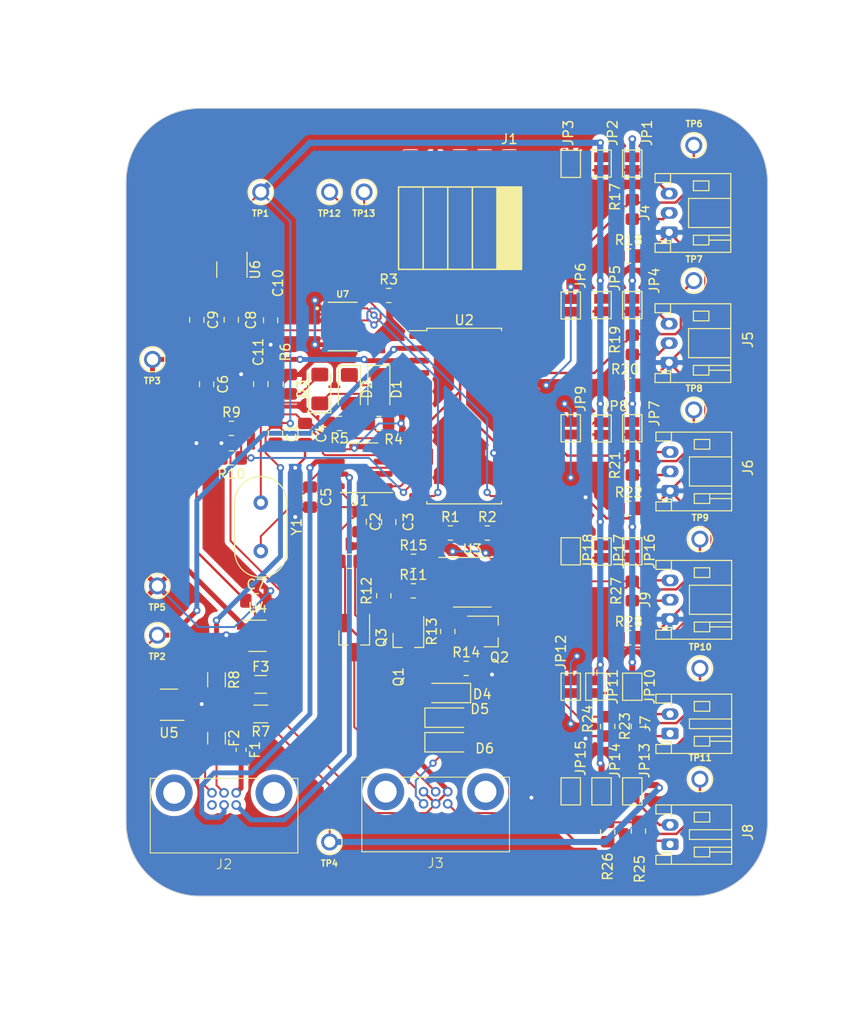
<source format=kicad_pcb>
(kicad_pcb (version 20221018) (generator pcbnew)
  (layers (0 "F.Cu" signal) (31 "B.Cu" signal) (34 "B.Paste" user) (35 "F.Paste" user) (36 "B.SilkS" user "B.Silkscreen") (37 "F.SilkS" user "F.Silkscreen") (38 "B.Mask" user) (39 "F.Mask" user) (44 "Edge.Cuts" user))
  (net 0 "")
  (net 1 "+5V")
  (net 2 "GND")
  (net 3 "+3V3")
  (net 4 "/MCU/OSC1")
  (net 5 "/MCU/OSC2")
  (net 6 "Net-(U6-BP)")
  (net 7 "/MCU/LED_GREEN")
  (net 8 "Net-(D1-A)")
  (net 9 "/MCU/LED_BLUE")
  (net 10 "Net-(D2-A)")
  (net 11 "/MCU/LED_RED")
  (net 12 "Net-(D3-A)")
  (net 13 "Actuator_Power")
  (net 14 "/Valve Control/RELAY1_-")
  (net 15 "/Valve Control/RELAY2_-")
  (net 16 "/Valve Control/RELAY3_-")
  (net 17 "Net-(U4-IN+)")
  (net 18 "Net-(J2-Pin_1)")
  (net 19 "Net-(U5-IN+)")
  (net 20 "Net-(J2-Pin_2)")
  (net 21 "+12V")
  (net 22 "/MCU/ICSPCLK")
  (net 23 "/MCU/ICSPDAT")
  (net 24 "/MCU/~{MCLR}")
  (net 25 "CANH")
  (net 26 "CANL")
  (net 28 "Net-(J4-Pin_2)")
  (net 29 "Net-(J4-Pin_3)")
  (net 30 "Net-(J5-Pin_2)")
  (net 31 "Net-(J5-Pin_3)")
  (net 32 "Net-(J6-Pin_2)")
  (net 33 "Net-(J6-Pin_3)")
  (net 34 "Net-(J7-Pin_1)")
  (net 35 "Net-(J7-Pin_2)")
  (net 36 "Net-(J8-Pin_1)")
  (net 37 "Net-(J8-Pin_2)")
  (net 38 "Net-(J9-Pin_2)")
  (net 39 "Net-(J9-Pin_3)")
  (net 40 "Net-(Q1-G)")
  (net 41 "Net-(Q2-G)")
  (net 42 "Net-(Q3-G)")
  (net 43 "/Digital Sensor Suite/SCL")
  (net 44 "/Digital Sensor Suite/SDA")
  (net 45 "/MCU/VBAT")
  (net 46 "/MCU/VALVE_CONTROL_1")
  (net 47 "/MCU/VALVE_CONTROL_2")
  (net 48 "/MCU/VALVE_CONTROL_3")
  (net 49 "/Analog Sensor/SENSOR1")
  (net 50 "/Analog Sensor/SENSOR2")
  (net 51 "/Analog Sensor/SENSOR3")
  (net 52 "/Analog Sensor/SENSOR5")
  (net 53 "/Analog Sensor/SENSOR6")
  (net 54 "/Analog Sensor/SENSOR4")
  (net 55 "/MCU/CURR_INPUT_5V")
  (net 56 "/MCU/CURR_INPUT_12V")
  (net 57 "/MCU/CAN_TX")
  (net 58 "/MCU/CAN_RX")
  (footprint "Fuse:Fuse_1206_3216Metric_Pad1.42x1.75mm_HandSolder" (layer "F.Cu") (at 133.096 110.236)
    (fp_text reference "F3")
    (fp_text value "Polyfuse 350 mA")
  )
  (footprint "Resistor_SMD:R_1206_3216Metric_Pad1.30x1.75mm_HandSolder" (layer "F.Cu") (at 128.524 109.754 -90)
    (fp_text reference "R8")
    (fp_text value "62 mR")
  )
  (footprint "sensor_mini:KEYSTONE_5000" (layer "F.Cu") (at 140.208 59.436 180)
    (fp_text reference "TP12")
    (fp_text value "TP_SCL")
  )
  (footprint "Package_TO_SOT_SMD:SOT-23-5_HandSoldering" (layer "F.Cu") (at 123.618 112.334 180)
    (fp_text reference "U5")
    (fp_text value "INA180")
  )
  (footprint "Resistor_SMD:R_0805_2012Metric_Pad1.20x1.40mm_HandSolder" (layer "F.Cu") (at 171.085 66.04)
    (fp_text reference "R18")
    (fp_text value "90mR")
  )
  (footprint "Jumper:SolderJumper-2_P1.3mm_Open_Pad1.0x1.5mm" (layer "F.Cu") (at 165.1 71.135 -90)
    (fp_text reference "JP6")
    (fp_text value "+3.3V")
  )
  (footprint "Resistor_SMD:R_0805_2012Metric_Pad1.20x1.40mm_HandSolder" (layer "F.Cu") (at 171.085 79.375)
    (fp_text reference "R20")
    (fp_text value "90mR")
  )
  (footprint "Resistor_SMD:R_0805_2012Metric_Pad1.20x1.40mm_HandSolder" (layer "F.Cu") (at 171.45 100.6 90)
    (fp_text reference "R27")
    (fp_text value "TBD")
  )
  (footprint "Jumper:SolderJumper-2_P1.3mm_Open_Pad1.0x1.5mm" (layer "F.Cu") (at 165.1 83.805 -90)
    (fp_text reference "JP9")
    (fp_text value "+3.3V")
  )
  (footprint "Package_SO:SOIC-8_3.9x4.9mm_P1.27mm" (layer "F.Cu") (at 154.94 99.695)
    (fp_text reference "U3")
    (fp_text value "PCA9536DR")
  )
  (footprint "Resistor_SMD:R_0805_2012Metric_Pad1.20x1.40mm_HandSolder" (layer "F.Cu") (at 141.224 83.312 180)
    (fp_text reference "R5")
    (fp_text value "100R")
  )
  (footprint "Jumper:SolderJumper-2_P1.3mm_Open_Pad1.0x1.5mm" (layer "F.Cu") (at 165.1 56.53 -90)
    (fp_text reference "JP3")
    (fp_text value "+3.3V")
  )
  (footprint "sensor_mini:KEYSTONE_5000" (layer "F.Cu") (at 133.096 59.436 180)
    (fp_text reference "TP1")
    (fp_text value "TP_5V")
  )
  (footprint "Resistor_SMD:R_0805_2012Metric_Pad1.20x1.40mm_HandSolder" (layer "F.Cu") (at 148.844 100.584)
    (fp_text reference "R11")
    (fp_text value "270R")
  )
  (footprint "Package_TO_SOT_SMD:SOT-23-5_HandSoldering" (layer "F.Cu") (at 132.762 105.222)
    (fp_text reference "U4")
    (fp_text value "INA180")
  )
  (footprint "Package_TO_SOT_SMD:SOT-23-5" (layer "F.Cu") (at 130.114 67.4425 -90)
    (fp_text reference "U6")
    (fp_text value "SPX3819M5-L-3-3")
  )
  (footprint "Resistor_SMD:R_0805_2012Metric_Pad1.20x1.40mm_HandSolder" (layer "F.Cu") (at 145.288 83.312 180)
    (fp_text reference "R4")
    (fp_text value "100R")
  )
  (footprint "Capacitor_SMD:C_0805_2012Metric_Pad1.18x1.45mm_HandSolder" (layer "F.Cu") (at 130.048 72.6225 90)
    (fp_text reference "C8")
    (fp_text value "1 uF")
  )
  (footprint "LED_SMD:LED_1206_3216Metric_Pad1.42x1.75mm_HandSolder" (layer "F.Cu") (at 142.24 79.7925 -90)
    (fp_text reference "D2")
    (fp_text value "LED_BLUE")
  )
  (footprint "Diode_SMD:D_SOD-123" (layer "F.Cu") (at 152.4 116.205)
    (fp_text reference "D6")
    (fp_text value "BAS16GWJ")
  )
  (footprint "Resistor_SMD:R_0805_2012Metric_Pad1.20x1.40mm_HandSolder" (layer "F.Cu") (at 152.67 94.615)
    (fp_text reference "R1")
    (fp_text value "10K")
  )
  (footprint "Package_TO_SOT_SMD:SOT-23_Handsoldering" (layer "F.Cu") (at 142.748 105.41 -90)
    (fp_text reference "Q3")
    (fp_text value "SI3420A-TP")
  )
  (footprint "Resistor_SMD:R_0805_2012Metric_Pad1.20x1.40mm_HandSolder" (layer "F.Cu") (at 171.085 105.41)
    (fp_text reference "R28")
    (fp_text value "90mR")
  )
  (footprint "Jumper:SolderJumper-2_P1.3mm_Open_Pad1.0x1.5mm" (layer "F.Cu") (at 168.275 121.27 -90)
    (fp_text reference "JP14")
    (fp_text value "+5V")
  )
  (footprint "Resistor_SMD:R_1206_3216Metric_Pad1.30x1.75mm_HandSolder" (layer "F.Cu") (at 133.096 113.284 180)
    (fp_text reference "R7")
    (fp_text value "15 mR")
  )
  (footprint "Resistor_SMD:R_0805_2012Metric_Pad1.20x1.40mm_HandSolder" (layer "F.Cu") (at 172.085 114.57 90)
    (fp_text reference "R23")
    (fp_text value "TBD")
  )
  (footprint "Jumper:SolderJumper-2_P1.3mm_Open_Pad1.0x1.5mm" (layer "F.Cu") (at 167.64 110.475 -90)
    (fp_text reference "JP11")
    (fp_text value "+5V")
  )
  (footprint "Resistor_SMD:R_0805_2012Metric_Pad1.20x1.40mm_HandSolder" (layer "F.Cu") (at 148.86 97.536)
    (fp_text reference "R15")
    (fp_text value "270R")
  )
  (footprint "Resistor_SMD:R_0805_2012Metric_Pad1.20x1.40mm_HandSolder" (layer "F.Cu") (at 171.45 61.23 90)
    (fp_text reference "R17")
    (fp_text value "TBD")
  )
  (footprint "Jumper:SolderJumper-2_P1.3mm_Open_Pad1.0x1.5mm" (layer "F.Cu") (at 168.275 56.5 -90)
    (fp_text reference "JP2")
    (fp_text value "+5V")
  )
  (footprint "Resistor_SMD:R_0805_2012Metric_Pad1.20x1.40mm_HandSolder" (layer "F.Cu") (at 136.144 79.264 90)
    (fp_text reference "R6")
    (fp_text value "100R")
  )
  (footprint "Capacitor_SMD:C_0805_2012Metric_Pad1.18x1.45mm_HandSolder" (layer "F.Cu") (at 132.588 101.6)
    (fp_text reference "C7")
    (fp_text value "0.1 uF")
  )
  (footprint "Resistor_SMD:R_0805_2012Metric_Pad1.20x1.40mm_HandSolder" (layer "F.Cu") (at 145.796 101.092 90)
    (fp_text reference "R12")
    (fp_text value "10K")
  )
  (footprint "canhw_footprints:connector_Harwin_G125–MG10605M4P" (layer "F.Cu") (at 151.15 121.305)
    (fp_text reference "J3")
    (fp_text value "Valve Connection")
  )
  (footprint "Resistor_SMD:R_0805_2012Metric_Pad1.20x1.40mm_HandSolder" (layer "F.Cu") (at 154.305 108.585)
    (fp_text reference "R14")
    (fp_text value "10K")
  )
  (footprint "Resistor_SMD:R_0805_2012Metric_Pad1.20x1.40mm_HandSolder" (layer "F.Cu") (at 130.064 86.868 180)
    (fp_text reference "R10")
    (fp_text value "10K")
  )
  (footprint "Diode_SMD:D_SOD-123" (layer "F.Cu") (at 152.4 113.665)
    (fp_text reference "D5")
    (fp_text value "BAS16GWJ")
  )
  (footprint "Capacitor_SMD:C_0805_2012Metric_Pad1.18x1.45mm_HandSolder" (layer "F.Cu") (at 146.304 93.4935 90)
    (fp_text reference "C3")
    (fp_text value "0.1 uF")
  )
  (footprint "Jumper:SolderJumper-2_P1.3mm_Open_Pad1.0x1.5mm" (layer "F.Cu") (at 171.45 110.475 -90)
    (fp_text reference "JP10")
    (fp_text value "+12V")
  )
  (footprint "Jumper:SolderJumper-2_P1.3mm_Open_Pad1.0x1.5mm" (layer "F.Cu") (at 171.45 83.805 -90)
    (fp_text reference "JP7")
    (fp_text value "+12V")
  )
  (footprint "Capacitor_SMD:C_0805_2012Metric_Pad1.18x1.45mm_HandSolder" (layer "F.Cu") (at 134.62 84.3065 -90)
    (fp_text reference "C1")
    (fp_text value "10 uF")
  )
  (footprint "Capacitor_SMD:C_0805_2012Metric_Pad1.18x1.45mm_HandSolder" (layer "F.Cu") (at 138.176 90.9105 -90)
    (fp_text reference "C5")
    (fp_text value "27 pF")
  )
  (footprint "Resistor_SMD:R_0805_2012Metric_Pad1.20x1.40mm_HandSolder" (layer "F.Cu") (at 171.085 92.075)
    (fp_text reference "R22")
    (fp_text value "90mR")
  )
  (footprint "Jumper:SolderJumper-2_P1.3mm_Open_Pad1.0x1.5mm" (layer "F.Cu") (at 171.45 71.105 -90)
    (fp_text reference "JP4")
    (fp_text value "+12V")
  )
  (footprint "Resistor_SMD:R_0805_2012Metric_Pad1.20x1.40mm_HandSolder" (layer "F.Cu") (at 171.45 87.63 90)
    (fp_text reference "R21")
    (fp_text value "TBD")
  )
  (footprint "Jumper:SolderJumper-2_P1.3mm_Open_Pad1.0x1.5mm" (layer "F.Cu") (at 168.275 83.835 -90)
    (fp_text reference "JP8")
    (fp_text value "+5V")
  )
  (footprint "Jumper:SolderJumper-2_P1.3mm_Open_Pad1.0x1.5mm" (layer "F.Cu") (at 165.1 110.475 -90)
    (fp_text reference "JP12")
    (fp_text value "+3.3V")
  )
  (footprint "Resistor_SMD:R_0805_2012Metric_Pad1.20x1.40mm_HandSolder" (layer "F.Cu") (at 168.91 114.57 -90)
    (fp_text reference "R24")
    (fp_text value "TBD")
  )
  (footprint "Capacitor_SMD:C_0805_2012Metric_Pad1.18x1.45mm_HandSolder" (layer "F.Cu") (at 133.096 79.248 -90)
    (fp_text reference "C11")
    (fp_text value "0.1 uF")
  )
  (footprint "canhw_footprints:SON125P300X500X100-8N" (layer "F.Cu") (at 141.548 73.309)
    (fp_text reference "U7")
    (fp_text value "MS5607-02BA03")
  )
  (footprint "Package_SO:SOIC-28W_7.5x17.9mm_P1.27mm" (layer "F.Cu") (at 154.1 82.55)
    (fp_text reference "U2")
    (fp_text value "PIC18F26K83")
  )
  (footprint "Jumper:SolderJumper-2_P1.3mm_Open_Pad1.0x1.5mm" (layer "F.Cu") (at 171.45 96.505 -90)
    (fp_text reference "JP16")
    (fp_text value "+12V")
  )
  (footprint "LED_SMD:LED_1206_3216Metric_Pad1.42x1.75mm_HandSolder" (layer "F.Cu") (at 139.192 79.756 90)
    (fp_text reference "D3")
    (fp_text value "LED_RED")
  )
  (footprint "Package_TO_SOT_SMD:SOT-23_Handsoldering" (layer "F.Cu") (at 148.336 105.664 -90)
    (fp_text reference "Q1")
    (fp_text value "SI3420A-TP")
  )
  (footprint "sensor_mini:KEYSTONE_5000" (layer "F.Cu") (at 177.8 68.58)
    (fp_text reference "TP7")
    (fp_text value "TP_S2A-OUT")
  )
  (footprint "sensor_mini:KEYSTONE_5000" (layer "F.Cu") (at 122.428 100.076 180)
    (fp_text reference "TP5")
    (fp_text value "TP_3.3V")
  )
  (footprint "Jumper:SolderJumper-2_P1.3mm_Open_Pad1.0x1.5mm" (layer "F.Cu") (at 171.45 121.27 -90)
    (fp_text reference "JP13")
    (fp_text value "+12V")
  )
  (footprint "Resistor_SMD:R_0805_2012Metric_Pad1.20x1.40mm_HandSolder" (layer "F.Cu") (at 146.304 70.104)
    (fp_text reference "R3")
    (fp_text value "10K")
  )
  (footprint "sensor_mini:KEYSTONE_5000" (layer "F.Cu") (at 122.428 105.156 180)
    (fp_text reference "TP2")
    (fp_text value "CURRAMP5V")
  )
  (footprint "Jumper:SolderJumper-2_P1.3mm_Open_Pad1.0x1.5mm" (layer "F.Cu") (at 165.1 121.27 -90)
    (fp_text reference "JP15")
    (fp_text value "+3.3V")
  )
  (footprint "canhw_footprints:connector_Harwin_G125–MG10605M4P" (layer "F.Cu") (at 129.306 121.425351)
    (fp_text reference "J2")
    (fp_text value "CAN_Connector")
  )
  (footprint "Resistor_SMD:R_0805_2012Metric_Pad1.20x1.40mm_HandSolder" (layer "F.Cu") (at 130.064 83.82)
    (fp_text reference "R9")
    (fp_text value "30K")
  )
  (footprint "Fuse:Fuse_0603_1608Metric_Pad1.05x0.95mm_HandSolder" (layer "F.Cu") (at 131.064 116.981 -90)
    (fp_text reference "F1")
    (fp_text value "Fuse 0603 ERB-RE2R00V")
  )
  (footprint "Jumper:SolderJumper-2_P1.3mm_Open_Pad1.0x1.5mm" (layer "F.Cu") (at 168.275 96.535 -90)
    (fp_text reference "JP17")
    (fp_text value "+5V")
  )
  (footprint "Crystal:Resonator-2Pin_W10.0mm_H5.0mm" (layer "F.Cu") (at 133.096 91.48 -90)
    (fp_text reference "Y1")
    (fp_text value "Crystal")
  )
  (footprint "sensor_mini:KEYSTONE_5000" (layer "F.Cu") (at 178.435 108.585)
    (fp_text reference "TP10")
    (fp_text value "TP_S5-OUT")
  )
  (footprint "LED_SMD:LED_1206_3216Metric_Pad1.42x1.75mm_HandSolder" (layer "F.Cu") (at 145.288 79.7925 -90)
    (fp_text reference "D1")
    (fp_text value "LED_GREEN")
  )
  (footprint "Jumper:SolderJumper-2_P1.3mm_Open_Pad1.0x1.5mm" (layer "F.Cu") (at 165.1 96.505 -90)
    (fp_text reference "JP18")
    (fp_text value "+3.3V")
  )
  (footprint "Capacitor_SMD:C_0805_2012Metric_Pad1.18x1.45mm_HandSolder" (layer "F.Cu") (at 127.508 79.2695 -90)
    (fp_text reference "C6")
    (fp_text value "0.1 uF")
  )
  (footprint "sensor_mini:KEYSTONE_5000" (layer "F.Cu") (at 178.435 95.25)
    (fp_text reference "TP9")
    (fp_text value "TP_S4A-OUT")
  )
  (footprint "Resistor_SMD:R_0805_2012Metric_Pad1.20x1.40mm_HandSolder" (layer "F.Cu") (at 171.45 75.2 90)
    (fp_text reference "R19")
    (fp_text value "TBD")
  )
  (footprint "Package_TO_SOT_SMD:SOT-23_Handsoldering" (layer "F.Cu") (at 156.845 104.775)
    (fp_text reference "Q2")
    (fp_text value "SI3420A-TP")
  )
  (footprint "Capacitor_SMD:C_0805_2012Metric_Pad1.18x1.45mm_HandSolder" (layer "F.Cu") (at 137.668 84.3495 -90)
    (fp_text reference "C4")
    (fp_text value "27 pF")
  )
  (footprint "Connector_JST:JST_PH_S3B-PH-K_1x03_P2.00mm_Horizontal" (layer "F.Cu") (at 175.26 63.595 90)
    (fp_text reference "J4")
    (fp_text value "Conn_01x03_Female")
  )
  (footprint "Resistor_SMD:R_0805_2012Metric_Pad1.20x1.40mm_HandSolder" (layer "F.Cu") (at 168.91 125.46 -90)
    (fp_text reference "R26")
    (fp_text value "TBD")
  )
  (footprint "Diode_SMD:D_SOD-123" (layer "F.Cu") (at 152.4 111.125 180)
    (fp_text reference "D4")
    (fp_text value "BAS16GWJ")
  )
  (footprint "canhw_footprints:PinHeader_5x2.54_SMD_90deg_952-3198-1-ND" (layer "F.Cu") (at 158.75 56.515 180)
    (fp_text reference "J1")
    (fp_text value "Programming Header")
  )
  (footprint "Resistor_SMD:R_0805_2012Metric_Pad1.20x1.40mm_HandSolder" (layer "F.Cu") (at 156.48 94.615)
    (fp_text reference "R2")
    (fp_text value "10K")
  )
  (footprint "Fuse:Fuse_1206_3216Metric_Pad1.42x1.75mm_HandSolder" (layer "F.Cu") (at 128.524 115.7875 -90)
    (fp_text reference "F2")
    (fp_text value "Polyfuse 350 mA")
  )
  (footprint "Connector_JST:JST_PH_S3B-PH-K_1x03_P2.00mm_Horizontal" (layer "F.Cu") (at 175.26 77.025 90)
    (fp_text reference "J5")
    (fp_text value "Conn_01x03_Female")
  )
  (footprint "Connector_JST:JST_PH_S2B-PH-K_1x02_P2.00mm_Horizontal" (layer "F.Cu") (at 175.35 115.3 90)
    (fp_text reference "J7")
    (fp_text value "Conn_01x02_Female-Connector")
  )
  (footprint "Resistor_SMD:R_0805_2012Metric_Pad1.20x1.40mm_HandSolder" (layer "F.Cu") (at 172.085 125.365 90)
    (fp_text reference "R25")
    (fp_text value "TBD")
  )
  (footprint "sensor_mini:KEYSTONE_5000" (layer "F.Cu") (at 177.8 81.915)
    (fp_text reference "TP8")
    (fp_text value "TP_S3A-OUT")
  )
  (footprint "Connector_JST:JST_PH_S2B-PH-K_1x02_P2.00mm_Horizontal" (layer "F.Cu") (at 175.35 126.73 90)
    (fp_text reference "J8")
    (fp_text value "Conn_01x02_Female-Connector")
  )
  (footprint "sensor_mini:KEYSTONE_5000" (layer "F.Cu") (at 177.8 54.61)
    (fp_text reference "TP6")
    (fp_text value "TP_S1A-OUT")
  )
  (footprint "sensor_mini:KEYSTONE_5000" (layer "F.Cu") (at 140.208 126.492 180)
    (fp_text reference "TP4")
    (fp_text value "TP_12V")
  )
  (footprint "Jumper:SolderJumper-2_P1.3mm_Open_Pad1.0x1.5mm" (layer "F.Cu") (at 171.45 56.5 -90)
    (fp_text reference "JP1")
    (fp_text value "+12V")
  )
  (footprint "Resistor_SMD:R_0805_2012Metric_Pad1.20x1.40mm_HandSolder" (layer "F.Cu") (at 152.4 104.775 90)
    (fp_text reference "R13")
    (fp_text value "270R")
  )
  (footprint "Connector_JST:JST_PH_S3B-PH-K_1x03_P2.00mm_Horizontal" (layer "F.Cu") (at 175.35 90.265 90)
    (fp_text reference "J6")
    (fp_text value "Conn_01x03_Female")
  )
  (footprint "sensor_mini:KEYSTONE_5000" (layer "F.Cu") (at 121.92 76.708 180)
    (fp_text reference "TP3")
    (fp_text value "CURRAMP12V")
  )
  (footprint "Resistor_SMD:R_0805_2012Metric_Pad1.20x1.40mm_HandSolder" (layer "F.Cu") (at 142.256 97.536 180)
    (fp_text reference "R16" hide)
    (fp_text value "10K")
  )
  (footprint "Connector_JST:JST_PH_S3B-PH-K_1x03_P2.00mm_Horizontal" (layer "F.Cu") (at 175.35 103.505 90)
    (fp_text reference "J9")
    (fp_text value "Conn_01x03_Female")
  )
  (footprint "Jumper:SolderJumper-2_P1.3mm_Open_Pad1.0x1.5mm" (layer "F.Cu") (at 168.275 71.105 -90)
    (fp_text reference "JP5")
    (fp_text value "+5V")
  )
  (footprint "Capacitor_SMD:C_0805_2012Metric_Pad1.18x1.45mm_HandSolder" (layer "F.Cu") (at 126.492 72.6225 -90)
    (fp_text reference "C9")
    (fp_text value "10 nF")
  )
  (footprint "sensor_mini:KEYSTONE_5000" (layer "F.Cu") (at 143.764 59.436 180)
    (fp_text reference "TP13")
    (fp_text value "TP_SDA")
  )
  (footprint "Package_SO:SOIC-8_3.9x4.9mm_P1.27mm" (layer "F.Cu") (at 143.256 87.884 180)
    (fp_text reference "U1")
    (fp_text value "MC2562")
  )
  (footprint "Capacitor_SMD:C_0805_2012Metric_Pad1.18x1.45mm_HandSolder" (layer "F.Cu") (at 134.112 72.6655 -90)
    (fp_text reference "C10")
    (fp_text value "2.2 uF")
  )
  (footprint "sensor_mini:KEYSTONE_5000" (layer "F.Cu") (at 178.435 120.015)
    (fp_text reference "TP11")
    (fp_text value "TP_S6-OUT")
  )
  (footprint "Capacitor_SMD:C_0805_2012Metric_Pad1.18x1.45mm_HandSolder" (layer "F.Cu") (at 143.256 93.4505 -90)
    (fp_text reference "C2")
    (fp_text value "0.1 uF")
  )
  (gr_line (start 177.8 132.08) (end 126.800154 132.08) (stroke (width 0.1)) (layer "Edge.Cuts"))
  (gr_arc (start 177.8 50.8) (mid 183.188154 53.031846) (end 185.42 58.42) (stroke (width 0.1)) (layer "Edge.Cuts"))
  (gr_line (start 119.180154 124.46) (end 119.180154 58.42) (stroke (width 0.1)) (layer "Edge.Cuts"))
  (gr_line (start 126.800154 50.8) (end 177.8 50.8) (stroke (width 0.1)) (layer "Edge.Cuts"))
  (gr_arc (start 119.180154 58.42) (mid 121.412 53.031846) (end 126.800154 50.8) (stroke (width 0.1)) (layer "Edge.Cuts"))
  (gr_line (start 185.42 58.42) (end 185.42 124.46) (stroke (width 0.1)) (layer "Edge.Cuts"))
  (gr_arc (start 126.800154 132.08) (mid 121.412 129.848154) (end 119.180154 124.46) (stroke (width 0.1)) (layer "Edge.Cuts"))
  (gr_arc (start 185.42 124.46) (mid 183.188154 129.848154) (end 177.8 132.08) (stroke (width 0.1)) (layer "Edge.Cuts"))
  (segment (start 136.101 83.269) (end 136.144 83.312) (width 0.2032) (layer "F.Cu") (net 1))
  (segment (start 168.148 55.723) (end 168.275 55.85) (width 0.2032) (layer "F.Cu") (net 1))
  (segment (start 130.4592 67.265484) (end 131.064 66.660684) (width 0.2032) (layer "F.Cu") (net 1))
  (segment (start 168.275 83.185) (end 167.525 83.185) (width 0.2032) (layer "F.Cu") (net 1))
  (segment (start 131.064 66.660684) (end 131.064 66.305) (width 0.2032) (layer "F.Cu") (net 1))
  (segment (start 168.275 120.62) (end 168.275 118.491) (width 0.635) (layer "F.Cu") (net 1))
  (segment (start 168.275 118.491) (end 168.148 118.364) (width 0.2032) (layer "F.Cu") (net 1))
  (segment (start 128.524 108.204) (end 128.524 103.632) (width 0.508) (layer "F.Cu") (net 1))
  (segment (start 139.5012 86.385) (end 139.7 86.5838) (width 0.2032) (layer "F.Cu") (net 1))
  (segment (start 167.64 108.712) (end 168.148 108.204) (width 0.2032) (layer "F.Cu") (net 1))
  (segment (start 135.5553 84.2043) (end 138.5603 84.2043) (width 0.2032) (layer "F.Cu") (net 1))
  (segment (start 168.275 95.885) (end 168.275 93.599) (width 0.2032) (layer "F.Cu") (net 1))
  (segment (start 131.572 60.96) (end 133.096 59.436) (width 0.2032) (layer "F.Cu") (net 1))
  (segment (start 168.275 83.185) (end 168.275 81.407) (width 0.2032) (layer "F.Cu") (net 1))
  (segment (start 125.448 108.204) (end 128.524 108.204) (width 0.2032) (layer "F.Cu") (net 1))
  (segment (start 131.064 61.468) (end 131.572 60.96) (width 0.2032) (layer "F.Cu") (net 1))
  (segment (start 138.5603 84.2043) (end 139.5012 85.1452) (width 0.2032) (layer "F.Cu") (net 1))
  (segment (start 167.525 83.185) (end 167.132 83.578) (width 0.2032) (layer "F.Cu") (net 1))
  (segment (start 134.62 83.269) (end 135.5553 84.2043) (width 0.2032) (layer "F.Cu") (net 1))
  (segment (start 167.132 84.0252) (end 166.1548 84.0252) (width 0.2032) (layer "F.Cu") (net 1))
  (segment (start 129.164 63.368) (end 131.572 60.96) (width 0.2032) (layer "F.Cu") (net 1))
  (segment (start 129.164 66.305) (end 129.164 63.368) (width 0.2032) (layer "F.Cu") (net 1))
  (segment (start 167.132 83.578) (end 167.132 84.0252) (width 0.2032) (layer "F.Cu") (net 1))
  (segment (start 139.5012 85.1452) (end 139.5012 86.385) (width 0.2032) (layer "F.Cu") (net 1))
  (segment (start 145.0658 86.5838) (end 145.731 87.249) (width 0.2032) (layer "F.Cu") (net 1))
  (segment (start 134.62 83.269) (end 136.101 83.269) (width 0.2032) (layer "F.Cu") (net 1))
  (segment (start 131.064 66.305) (end 131.064 61.468) (width 0.2032) (layer "F.Cu") (net 1))
  (segment (start 168.275 93.599) (end 168.148 93.472) (width 0.2032) (layer "F.Cu") (net 1))
  (segment (start 130.4592 69.280884) (end 130.4592 67.265484) (width 0.2032) (layer "F.Cu") (net 1))
  (segment (start 167.64 109.825) (end 167.64 108.712) (width 0.2032) (layer "F.Cu") (net 1))
  (segment (start 168.148 54.356) (end 168.148 55.723) (width 0.635) (layer "F.Cu") (net 1))
  (segment (start 130.048 73.66) (end 131.0778 72.6302) (width 0.2032) (layer "F.Cu") (net 1))
  (segment (start 122.268 111.384) (end 125.448 108.204) (width 0.2032) (layer "F.Cu") (net 1))
  (segment (start 139.7 86.5838) (end 145.0658 86.5838) (width 0.2032) (layer "F.Cu") (net 1))
  (segment (start 135.128 87.884) (end 133.5902 86.3462) (width 0.2032) (layer "F.Cu") (net 1))
  (segment (start 133.5902 86.3462) (end 133.5902 84.2988) (width 0.2032) (layer "F.Cu") (net 1))
  (segment (start 133.5902 84.2988) (end 134.62 83.269) (width 0.2032) (layer "F.Cu") (net 1))
  (segment (start 168.275 68.707) (end 168.148 68.58) (width 0.2032) (layer "F.Cu") (net 1))
  (segment (start 168.275 81.407) (end 168.148 81.28) (width 0.2032) (layer "F.Cu") (net 1))
  (segment (start 131.0778 72.6302) (end 131.0778 69.899484) (width 0.2032) (layer "F.Cu") (net 1))
  (segment (start 168.275 70.455) (end 168.275 68.707) (width 0.2032) (layer "F.Cu") (net 1))
  (segment (start 131.0778 69.899484) (end 130.4592 69.280884) (width 0.2032) (layer "F.Cu") (net 1))
  (via (at 135.128 87.884) (size 0.762) (drill 0.381) (layers "F.Cu" "B.Cu") (net 1))
  (via (at 168.148 108.204) (size 0.762) (drill 0.381) (layers "F.Cu" "B.Cu") (net 1))
  (via (at 128.524 103.632) (size 0.762) (drill 0.381) (layers "F.Cu" "B.Cu") (net 1))
  (via (at 168.148 68.58) (size 0.762) (drill 0.381) (layers "F.Cu" "B.Cu") (net 1))
  (via (at 168.148 54.356) (size 0.762) (drill 0.381) (layers "F.Cu" "B.Cu") (net 1))
  (via (at 136.144 83.312) (size 0.762) (drill 0.381) (layers "F.Cu" "B.Cu") (net 1))
  (via (at 168.148 93.472) (size 0.762) (drill 0.381) (layers "F.Cu" "B.Cu") (net 1))
  (via (at 168.148 118.364) (size 0.762) (drill 0.381) (layers "F.Cu" "B.Cu") (net 1))
  (via (at 168.148 81.28) (size 0.762) (drill 0.381) (layers "F.Cu" "B.Cu") (net 1))
  (segment (start 168.148 54.356) (end 138.176 54.356) (width 0.635) (layer "B.Cu") (net 1))
  (segment (start 168.148 68.58) (end 168.148 54.356) (width 0.635) (layer "B.Cu") (net 1))
  (segment (start 136.144 83.312) (end 136.144 62.484) (width 0.2032) (layer "B.Cu") (net 1))
  (segment (start 136.144 62.484) (end 133.096 59.436) (width 0.2032) (layer "B.Cu") (net 1))
  (segment (start 168.148 118.364) (end 168.148 108.204) (width 0.635) (layer "B.Cu") (net 1))
  (segment (start 168.148 93.472) (end 168.148 81.28) (width 0.635) (layer "B.Cu") (net 1))
  (segment (start 168.148 81.28) (end 168.148 68.58) (width 0.635) (layer "B.Cu") (net 1))
  (segment (start 128.524 103.632) (end 135.128 97.028) (width 0.508) (layer "B.Cu") (net 1))
  (segment (start 138.176 54.356) (end 133.096 59.436) (width 0.635) (layer "B.Cu") (net 1))
  (segment (start 135.128 97.028) (end 135.128 87.884) (width 0.508) (layer "B.Cu") (net 1))
  (segment (start 168.148 108.204) (end 168.148 93.472) (width 0.635) (layer "B.Cu") (net 1))
  (segment (start 140.117 73.703) (end 140.348 73.934) (width 0.2032) (layer "F.Cu") (net 2))
  (segment (start 126.4548 85.344) (end 126.4548 79.2852) (width 0.25) (layer "F.Cu") (net 2))
  (segment (start 154.94 108.585) (end 153.9352 109.5898) (width 0.2032) (layer "F.Cu") (net 2))
  (segment (start 137.668 91.948) (end 136.652 92.964) (width 0.25) (layer "F.Cu") (net 2))
  (segment (start 166.878 115.57) (end 166.624 115.824) (width 0.25) (layer "F.Cu") (net 2))
  (segment (start 129.064 86.868) (end 129.064 85.376) (width 0.25) (layer "F.Cu") (net 2))
  (segment (start 144.483 91.186) (end 145.034 91.186) (width 0.2032) (layer "F.Cu") (net 2))
  (segment (start 144.756 88.519) (end 144.272 89.003) (width 0.2032) (layer "F.Cu") (net 2))
  (segment (start 179.0057 80.7707) (end 179.0057 86.6093) (width 0.25) (layer "F.Cu") (net 2))
  (segment (start 145.034 91.186) (end 146.304 92.456) (width 0.2032) (layer "F.Cu") (net 2))
  (segment (start 124.968 112.334) (end 125.748 112.334) (width 0.2032) (layer "F.Cu") (net 2))
  (segment (start 131.5505 101.6) (end 126.4548 96.5043) (width 0.25) (layer "F.Cu") (net 2))
  (segment (start 179.0057 67.3407) (end 179.0057 73.2793) (width 0.25) (layer "F.Cu") (net 2))
  (segment (start 126.4548 79.2852) (end 127.508 78.232) (width 0.25) (layer "F.Cu") (net 2))
  (segment (start 134.62 85.344) (end 137.625 85.344) (width 0.2032) (layer "F.Cu") (net 2))
  (segment (start 140.781 89.789) (end 143.256 92.264) (width 0.2032) (layer "F.Cu") (net 2))
  (segment (start 141.798 103.91) (end 143.0762 105.1882) (width 0.25) (layer "F.Cu") (net 2))
  (segment (start 134.112 73.703) (end 134.112 75.184) (width 0.25) (layer "F.Cu") (net 2))
  (segment (start 158.115 86.36) (end 158.75 85.725) (width 0.25) (layer "F.Cu") (net 2))
  (segment (start 137.625 85.344) (end 137.668 85.387) (width 0.2032) (layer "F.Cu") (net 2))
  (segment (start 142.791 91.948) (end 143.256 92.413) (width 0.2032) (layer "F.Cu") (net 2))
  (segment (start 175.26 77.025) (end 179.0057 80.7707) (width 0.25) (layer "F.Cu") (net 2))
  (segment (start 143.256 92.264) (end 143.256 92.413) (width 0.2032) (layer "F.Cu") (net 2))
  (segment (start 133.2627 74.5523) (end 129.343194 74.5523) (width 0.2032) (layer "F.Cu") (net 2))
  (segment (start 143.256 92.413) (end 144.483 91.186) (width 0.2032) (layer "F.Cu") (net 2))
  (segment (start 153.67 56.515) (end 153.67 81.67) (width 0.25) (layer "F.Cu") (net 2))
  (segment (start 134.112 73.703) (end 140.117 73.703) (width 0.2032) (layer "F.Cu") (net 2))
  (segment (start 173.445 105.41) (end 175.35 103.505) (width 0.25) (layer "F.Cu") (net 2))
  (segment (start 132.4968 102.5463) (end 132.4968 104.9172) (width 0.2032) (layer "F.Cu") (net 2))
  (segment (start 141.798 98.078) (end 141.256 97.536) (width 0.2032) (layer "F.Cu") (net 2))
  (segment (start 125.748 112.334) (end 127.3442 113.9302) (width 0.2032) (layer "F.Cu") (net 2))
  (segment (start 129.0182 74.227306) (end 129.0182 73.152) (width 0.2032) (layer "F.Cu") (net 2))
  (segment (start 168.91 115.57) (end 166.878 115.57) (width 0.25) (layer "F.Cu") (net 2))
  (segment (start 130.048 66.371) (end 130.114 66.305) (width 0.2032) (layer "F.Cu") (net 2))
  (segment (start 172.815 66.04) (end 175.26 63.595) (width 0.25) (layer "F.Cu") (net 2))
  (segment (start 141.256 97.536) (end 141.256 94.413) (width 0.2032) (layer "F.Cu") (net 2))
  (segment (start 153.9352 109.5898) (end 152.1348 109.5898) (width 0.2032) (layer "F.Cu") (net 2))
  (segment (start 179.0057 86.6093) (end 175.35 90.265) (width 0.25) (layer "F.Cu") (net 2))
  (segment (start 145.415 100.33) (end 144.4102 101.3348) (width 0.2032) (layer "F.Cu") (net 2))
  (segment (start 145.005394 103.505) (end 146.304 103.505) (width 0.2032) (layer "F.Cu") (net 2))
  (segment (start 150.9888 103.0762) (end 152.465 101.6) (width 0.2032) (layer "F.Cu") (net 2))
  (segment (start 150.475 83.185) (end 149.45 83.185) (width 0.25) (layer "F.Cu") (net 2))
  (segment (start 132.4968 104.9172) (end 132.192 105.222) (width 0.2032) (layer "F.Cu") (net 2))
  (segment (start 157.725 85.725) (end 158.75 85.725) (width 0.25) (layer "F.Cu") (net 2))
  (segment (start 156.972 109.22) (end 155.94 109.22) (width 0.25) (layer "F.Cu") (net 2))
  (segment (start 137.668 86.868) (end 137.668 85.387) (width 0.25) (layer "F.Cu") (net 2))
  (segment (start 154.94 106.13) (end 155.345 105.725) (width 0.2032) (layer "F.Cu") (net 2))
  (segment (start 132.192 105.222) (end 131.412 105.222) (width 0.2032) (layer "F.Cu") (net 2))
  (segment (start 126.492 73.66) (end 128.5102 73.66) (width 0.2032) (layer "F.Cu") (net 2))
  (segment (start 134.112 73.703) (end 133.2627 74.5523) (width 0.2032) (layer "F.Cu") (net 2))
  (segment (start 172.085 105.41) (end 173.445 105.41) (width 0.25) (layer "F.Cu") (net 2))
  (segment (start 168.7952 93.1032) (end 166.624 90.932) (width 0.25) (layer "F.Cu") (net 2))
  (segment (start 144.272 90.424) (end 145.034 91.186) (width 0.2032) (layer "F.Cu") (net 2))
  (segment (start 126.934 112.334) (end 127 112.268) (width 0.25) (layer "F.Cu") (net 2))
  (segment (start 144.6208 105.1882) (end 146.304 103.505) (width 0.25) (layer "F.Cu") (net 2))
  (segment (start 179.6407 94.5557) (end 179.6407 99.2143) (width 0.25) (layer "F.Cu") (net 2))
  (segment (start 146.304 103.505) (end 146.685 103.505) (width 0.2032) (layer "F.Cu") (net 2))
  (segment (start 152.1348 109.5898) (end 150.9888 108.4438) (width 0.2032) (layer "F.Cu") (net 2))
  (segment (start 124.968 112.334) (end 126.934 112.334) (width 0.25) (layer "F.Cu") (net 2))
  (segment (start 153.67 79.99) (end 150.475 83.185) (width 0.25) (layer "F.Cu") (net 2))
  (segment (start 129.343194 74.5523) (end 129.0182 74.227306) (width 0.2032) (layer "F.Cu") (net 2))
  (segment (start 144.4102 101.3348) (end 144.4102 102.909806) (width 0.2032) (layer "F.Cu") (net 2))
  (segment (start 129.0182 72.6148) (end 130.048 71.585) (width 0.2032) (layer "F.Cu") (net 2))
  (segment (start 130.048 71.585) (end 130.048 66.371) (width 0.2032) (layer "F.Cu") (net 2))
  (segment (start 175.35 90.265) (end 179.6407 94.5557) (width 0.25) (layer "F.Cu") (net 2))
  (segment (start 175.26 63.595) (end 179.0057 67.3407) (width 0.25) (layer "F.Cu") (net 2))
  (segment (start 168.91 126.46) (end 165.576 126.46) (width 0.25) (layer "F.Cu") (net 2))
  (segment (start 145.731 88.519) (end 144.756 88.519) (width 0.2032) (layer "F.Cu") (net 2))
  (segment (start 171.0568 93.1032) (end 168.7952 93.1032) (width 0.25) (layer "F.Cu") (net 2))
  (segment (start 128.5102 73.66) (end 129.0182 73.152) (width 0.2032) (layer "F.Cu") (net 2))
  (segment (start 126.4548 96.5043) (end 126.4548 85.344) (width 0.25) (layer "F.Cu") (net 2))
  (segment (start 150.9888 108.4438) (end 150.9888 103.0762) (width 0.2032) (layer "F.Cu") (net 2))
  (segment (start 136.652 87.884) (end 137.668 86.868) (width 0.25) (layer "F.Cu") (net 2))
  (segment (start 165.576 126.46) (end 161.036 121.92) (width 0.25) (layer "F.Cu") (net 2))
  (segment (start 127.3442 113.9302) (end 127.3442 120.713551) (width 0.2032) (layer "F.Cu") (net 2))
  (segment (start 146.685 103.505) (end 147.32 104.14) (width 0.2032) (layer "F.Cu") (net 2))
  (segment (start 179.6407 99.2143) (end 175.35 103.505) (width 0.25) (layer "F.Cu") (net 2))
  (segment (start 172.91 79.375) (end 175.26 77.025) (width 0.25) (layer "F.Cu") (net 2))
  (segment (start 172.085 92.075) (end 171.0568 93.1032) (width 0.25) (layer "F.Cu") (net 2))
  (segment (start 172.085 92.075) (end 173.54 92.075) (width 0.25) (layer "F.Cu") (net 2))
  (segment (start 131.064 78.232) (end 133.0745 78.232) (width 0.25) (layer "F.Cu") (net 2))
  (segment (start 157.1683 86.36) (end 158.115 86.36) (width 0.25) (layer "F.Cu") (net 2))
  (segment (start 129.064 85.376) (end 129.032 85.344) (width 0.25) (layer "F.Cu") (net 2))
  (segment (start 141.256 94.413) (end 143.256 92.413) (width 0.2032) (layer "F.Cu") (net 2))
  (segment (start 179.0057 73.2793) (end 175.26 77.025) (width 0.25) (layer "F.Cu") (net 2))
  (segment (start 143.0762 105.1882) (end 144.6208 105.1882) (width 0.25) (layer "F.Cu") (net 2))
  (segment (start 173.54 92.075) (end 175.35 90.265) (width 0.25) (layer "F.Cu") (net 2))
  (segment (start 131.346 105.156) (end 131.412 105.222) (width 0.25) (layer "F.Cu") (net 2))
  (segment (start 131.5505 101.6) (end 132.4968 102.5463) (width 0.2032) (layer "F.Cu") (net 2))
  (segment (start 154.94 108.585) (end 154.94 106.13) (width 0.2032) (layer "F.Cu") (net 2))
  (segment (start 144.272 89.003) (end 144.272 90.424) (width 0.2032) (layer "F.Cu") (net 2))
  (segment (start 129.54 105.156) (end 131.346 105.156) (width 0.25) (layer "F.Cu") (net 2))
  (segment (start 133.0745 78.232) (end 133.096 78.2105) (width 0.25) (layer "F.Cu") (net 2))
  (segment (start 144.4102 102.909806) (end 145.005394 103.505) (width 0.2032) (layer "F.Cu") (net 2))
  (segment (start 130.114 71.519) (end 130.048 71.585) (width 0.2032) (layer "F.Cu") (net 2))
  (segment (start 138.176 91.948) (end 142.791 91.948) (width 0.2032) (layer "F.Cu") (net 2))
  (segment (start 153.67 56.515) (end 153.67 79.99) (width 0.25) (layer "F.Cu") (net 2))
  (segment (start 153.67 81.67) (end 157.725 85.725) (width 0.25) (layer "F.Cu") (net 2))
  (segment (start 127.508 78.232) (end 131.064 78.232) (width 0.25) (layer "F.Cu") (net 2))
  (segment (start 138.176 91.948) (end 137.668 91.948) (width 0.25) (layer "F.Cu") (net 2))
  (segment (start 127.3442 120.713551) (end 128.056 121.425351) (width 0.2032) (layer "F.Cu") (net 2))
  (segment (start 172.085 79.375) (end 172.91 79.375) (width 0.25) (layer "F.Cu") (net 2))
  (segment (start 155.94 109.22) (end 155.305 108.585) (width 0.25) (layer "F.Cu") (net 2))
  (segment (start 172.085 66.04) (end 172.815 66.04) (width 0.25) (layer "F.Cu") (net 2))
  (segment (start 129.0182 73.152) (end 129.0182 72.6148) (width 0.2032) (layer "F.Cu") (net 2))
  (segment (start 141.798 103.91) (end 141.798 98.078) (width 0.2032) (layer "F.Cu") (net 2))
  (via (at 134.112 75.184) (size 0.8) (drill 0.4) (layers "F.Cu" "B.Cu") (net 2))
  (via (at 129.54 105.156) (size 0.8) (drill 0.4) (layers "F.Cu" "B.Cu") (net 2))
  (via (at 166.624 90.932) (size 0.8) (drill 0.4) (layers "F.Cu" "B.Cu") (net 2))
  (via (at 127 112.268) (size 0.8) (drill 0.4) (layers "F.Cu" "B.Cu") (net 2))
  (via (at 166.624 115.824) (size 0.8) (drill 0.4) (layers "F.Cu" "B.Cu") (net 2))
  (via (at 161.036 121.92) (size 0.8) (drill 0.4) (layers "F.Cu" "B.Cu") (net 2))
  (via (at 126.4548 85.344) (size 0.8) (drill 0.4) (layers "F.Cu" "B.Cu") (net 2))
  (via (at 136.652 92.964) (size 0.8) (drill 0.4) (layers "F.Cu" "B.Cu") (net 2))
  (via (at 129.032 85.344) (size 0.8) (drill 0.4) (layers "F.Cu" "B.Cu") (net 2))
  (via (at 157.1683 86.36) (size 0.8) (drill 0.4) (layers "F.Cu" "B.Cu") (net 2))
  (via (at 136.652 87.884) (size 0.8) (drill 0.4) (layers "F.Cu" "B.Cu") (net 2))
  (via (at 156.972 109.22) (size 0.8) (drill 0.4) (layers "F.Cu" "B.Cu") (net 2))
  (via (at 131.064 78.232) (size 0.8) (drill 0.4) (layers "F.Cu" "B.Cu") (net 2))
  (segment (start 134.112 75.184) (end 131.064 78.232) (width 0.25) (layer "B.Cu") (net 2))
  (segment (start 129.032 85.344) (end 126.4548 85.344) (width 0.25) (layer "B.Cu") (net 2))
  (segment (start 161.036 113.284) (end 156.972 109.22) (width 0.25) (layer "B.Cu") (net 2))
  (segment (start 163.576 115.824) (end 161.036 113.284) (width 0.25) (layer "B.Cu") (net 2))
  (segment (start 166.624 90.932) (end 161.7403 90.932) (width 0.25) (layer "B.Cu") (net 2))
  (segment (start 136.652 92.964) (end 136.652 87.884) (width 0.25) (layer "B.Cu") (net 2))
  (segment (start 127 112.268) (end 127 107.696) (width 0.25) (layer "B.Cu") (net 2))
  (segment (start 161.036 121.92) (end 161.036 113.284) (width 0.25) (layer "B.Cu") (net 2))
  (segment (start 127 107.696) (end 129.54 105.156) (width 0.25) (layer "B.Cu") (net 2))
  (segment (start 161.7403 90.932) (end 157.1683 86.36) (width 0.25) (layer "B.Cu") (net 2))
  (segment (start 166.624 115.824) (end 163.576 115.824) (width 0.25) (layer "B.Cu") (net 2))
  (segment (start 134.112 71.628) (end 131.064 68.58) (width 0.2032) (layer "F.Cu") (net 3))
  (segment (start 141.2288 84.3168) (end 143.2832 84.3168) (width 0.2032) (layer "F.Cu") (net 3))
  (segment (start 151.67 94.615) (end 151.67 95.282) (width 0.2032) (layer "F.Cu") (net 3))
  (segment (start 151.13 56.515) (end 149.8252 55.2102) (width 0.2032) (layer "F.Cu") (net 3))
  (segment (start 180.34 54.61) (end 178.562 52.832) (width 0.2032) (layer "F.Cu") (net 3))
  (segment (start 137.071 78.264) (end 140.151 75.184) (width 0.508) (layer "F.Cu") (net 3))
  (segment (start 167.625 107.3) (end 168.5102 106.4148) (width 0.2032) (layer "F.Cu") (net 3))
  (segment (start 133.096 80.2855) (end 134.1225 80.2855) (width 0.508) (layer "F.Cu") (net 3))
  (segment (start 142.621 85.979) (end 142.748 85.852) (width 0.2032) (layer "F.Cu") (net 3))
  (segment (start 122.268 113.284) (end 121.488 113.284) (width 0.2032) (layer "F.Cu") (net 3))
  (segment (start 144.288 83.312) (end 145.4056 84.4296) (width 0.2032) (layer "F.Cu") (net 3))
  (segment (start 147.963748 55.2102) (end 145.304 57.869948) (width 0.2032) (layer "F.Cu") (net 3))
  (segment (start 156.3045 96.6795) (end 155.48 95.855) (width 0.25) (layer "F.Cu") (net 3))
  (segment (start 157.676922 78.7468) (end 160.6918 78.7468) (width 0.25) (layer "F.Cu") (net 3))
  (segment (start 146.304 72.898) (end 144.018 75.184) (width 0.508) (layer "F.Cu") (net 3))
  (segment (start 137.245194 81.1688) (end 135.0058 81.1688) (width 0.2032) (layer "F.Cu") (net 3))
  (segment (start 150.483184 83.82) (end 155.48 88.816816) (width 0.2032) (layer "F.Cu") (net 3))
  (segment (start 168.148 52.832) (end 165.1 55.88) (width 0.2032) (layer "F.Cu") (net 3))
  (segment (start 140.151 75.184) (end 140.348 75.184) (width 0.508) (layer "F.Cu") (net 3))
  (segment (start 146.304 94.531) (end 151.586 94.531) (width 0.2032) (layer "F.Cu") (net 3))
  (segment (start 127.508 80.307) (end 133.0745 80.307) (width 0.508) (layer "F.Cu") (net 3))
  (segment (start 165.1 120.62) (end 165.1 114.3) (width 0.2032) (layer "F.Cu") (net 3))
  (segment (start 134.112 71.628) (end 140.154 71.628) (width 0.2032) (layer "F.Cu") (net 3))
  (segment (start 180.34 100.274606) (end 180.34 54.61) (width 0.2032) (layer "F.Cu") (net 3))
  (segment (start 151.67 95.282) (end 152.908 96.52) (width 0.2032) (layer "F.Cu") (net 3))
  (segment (start 133.6255 101.0705) (end 134.112 100.584) (width 0.2032) (layer "F.Cu") (net 3))
  (segment (start 165.1 95.855) (end 165.1 88.9) (width 0.2032) (layer "F.Cu") (net 3))
  (segment (start 165.1 70.485) (end 165.1 69.215) (width 0.2032) (layer "F.Cu") (net 3))
  (segment (start 142.483 75.449) (end 142.748 75.184) (width 0.25) (layer "F.Cu") (net 3))
  (segment (start 155.48 88.816816) (end 155.48 94.615) (width 0.2032) (layer "F.Cu") (net 3))
  (segment (start 140.154 71.628) (end 140.348 71.434) (width 0.2032) (layer "F.Cu") (net 3))
  (segment (start 165.1 109.825) (end 167.625 107.3) (width 0.2032) (layer "F.Cu") (net 3))
  (segment (start 165.735 107.315) (end 167.61 107.315) (width 0.2032) (layer "F.Cu") (net 3))
  (segment (start 174.199806 106.4148) (end 180.34 100.274606) (width 0.2032) (layer "F.Cu") (net 3))
  (segment (start 147.574 83.312) (end 147.574 84.0628) (width 0.2032) (layer "F.Cu") (net 3))
  (segment (start 146.304 71.104) (end 146.304 72.898) (width 0.508) (layer "F.Cu") (net 3))
  (segment (start 161.94 79.995) (end 163.21 81.265) (width 0.25) (layer "F.Cu") (net 3))
  (segment (start 140.613 75.449) (end 142.483 75.449) (width 0.25) (layer "F.Cu") (net 3))
  (segment (start 149.8252 55.2102) (end 147.963748 55.2102) (width 0.2032) (layer "F.Cu") (net 3))
  (segment (start 157.3968 79.026922) (end 157.676922 78.7468) (width 0.25) (layer "F.Cu") (net 3))
  (segment (start 140.348 71.434) (end 139.506 71.434) (width 0.25) (layer "F.Cu") (net 3))
  (segment (start 127.508 95.4825) (end 127.508 80.307) (width 0.508) (layer "F.Cu") (net 3))
  (segment (start 145.304 70.104) (end 146.304 71.104) (width 0.508) (layer "F.Cu") (net 3))
  (segment (start 140.224 83.312) (end 141.2288 84.3168) (width 0.2032) (layer "F.Cu") (net 3))
  (segment (start 164.4302 55.2102) (end 152.4348 55.2102) (width 0.2032) (layer "F.Cu") (net 3))
  (segment (start 140.781 85.979) (end 142.621 85.979) (width 0.2032) (layer "F.Cu") (net 3))
  (segment (start 155.48 95.855) (end 155.48 94.615) (width 0.25) (layer "F.Cu") (net 3))
  (segment (start 133.6255 103.7855) (end 133.6255 101.6) (width 0.2032) (layer "F.Cu") (net 3))
  (segment (start 140.224 83.312) (end 139.388394 83.312) (width 0.2032) (layer "F.Cu") (net 3))
  (segment (start 121.488 113.284) (end 120.4976 112.2936) (width 0.2032) (layer "F.Cu") (net 3))
  (segment (start 140.348 72.684) (end 135.168 72.684) (width 0.2032) (layer "F.Cu") (net 3))
  (segment (start 157.725 84.455) (end 157.3968 84.1268) (width 0.25) (layer "F.Cu") (net 3))
  (segment (start 160.6918 78.7468) (end 161.94 79.995) (width 0.25) (layer "F.Cu") (net 3))
  (segment (start 139.506 71.434) (end 138.684 70.612) (width 0.25) (layer "F.Cu") (net 3))
  (segment (start 144.018 75.184) (end 142.748 75.184) (width 0.508) (layer "F.Cu") (net 3))
  (segment (start 138.684 75.184) (end 140.348 75.184) (width 0.25) (layer "F.Cu") (net 3))
  (segment (start 120.4976 102.0064) (end 122.428 100.076) (width 0.2032) (layer "F.Cu") (net 3))
  (segment (start 135.0058 81.1688) (end 134.1225 80.2855) (width 0.2032) (layer "F.Cu") (net 3))
  (segment (start 158.75 84.455) (end 157.725 84.455) (width 0.25) (layer "F.Cu") (net 3))
  (segment (start 145.4056 84.4296) (end 147.807216 84.4296) (width 0.2032) (layer "F.Cu") (net 3))
  (segment (start 133.0745 80.307) (end 133.096 80.2855) (width 0.2032) (layer "F.Cu") (net 3))
  (segment (start 157.3968 84.1268) (end 157.3968 79.026922) (width 0.25) (layer "F.Cu") (net 3))
  (segment (start 163.21 81.265) (end 165.1 83.155) (width 0.25) (layer "F.Cu") (net 3))
  (segment (start 163.225 81.28) (end 163.21 81.265) (width 0.2032) (layer "F.Cu") (net 3))
  (segment (start 143.256 94.488) (end 146.261 94.488) (width 0.2032) (layer "F.Cu") (net 3))
  (segment (start 145.304 57.869948) (end 145.304 70.104) (width 0.2032) (layer "F.Cu") (net 3))
  (segment (start 134.112 104.272) (end 133.6255 103.7855) (width 0.2032) (layer "F.Cu") (net 3))
  (segment (start 143.2832 84.3168) (end 144.288 83.312) (width 0.2032) (layer "F.Cu") (net 3))
  (segment (start 167.61 107.315) (end 167.625 107.3) (width 0.2032) (layer "F.Cu") (net 3))
  (segment (start 162.56 79.375) (end 161.94 79.995) (width 0.2032) (layer "F.Cu") (net 3))
  (segment (start 168.5102 106.4148) (end 174.199806 106.4148) (width 0.2032) (layer "F.Cu") (net 3))
  (segment (start 140.348 75.184) (end 140.613 75.449) (width 0.25) (layer "F.Cu") (net 3))
  (segment (start 133.6255 101.6) (end 133.6255 101.0705) (width 0.2032) (layer "F.Cu") (net 3))
  (segment (start 148.416816 83.82) (end 150.483184 83.82) (width 0.2032) (layer "F.Cu") (net 3))
  (segment (start 146.261 94.488) (end 146.304 94.531) (width 0.2032) (layer "F.Cu") (net 3))
  (segment (start 151.586 94.531) (end 151.67 94.615) (width 0.2032) (layer "F.Cu") (net 3))
  (segment (start 164.465 81.28) (end 163.225 81.28) (width 0.2032) (layer "F.Cu") (net 3))
  (segment (start 133.6255 101.6) (end 127.508 95.4825) (width 0.508) (layer "F.Cu") (net 3))
  (segment (start 152.4348 55.2102) (end 151.13 56.515) (width 0.2032) (layer "F.Cu") (net 3))
  (segment (start 165.1 55.88) (end 164.4302 55.2102) (width 0.508) (layer "F.Cu") (net 3))
  (segment (start 134.1225 80.2855) (end 136.144 78.264) (width 0.508) (layer "F.Cu") (net 3))
  (segment (start 178.562 52.832) (end 168.148 52.832) (width 0.2032) (layer "F.Cu") (net 3))
  (segment (start 139.388394 83.312) (end 137.245194 81.1688) (width 0.2032) (layer "F.Cu") (net 3))
  (segment (start 120.4976 112.2936) (end 120.4976 102.0064) (width 0.2032) (layer "F.Cu") (net 3))
  (segment (start 135.168 72.684) (end 134.112 71.628) (width 0.2032) (layer "F.Cu") (net 3))
  (segment (start 147.807216 84.4296) (end 148.416816 83.82) (width 0.2032) (layer "F.Cu") (net 3))
  (segment (start 147.574 84.0628) (end 147.32 84.3168) (width 0.2032) (layer "F.Cu") (net 3))
  (segment (start 136.144 78.264) (end 137.071 78.264) (width 0.508) (layer "F.Cu") (net 3))
  (segment (start 157.415 97.79) (end 156.3045 96.6795) (width 0.25) (layer "F.Cu") (net 3))
  (via (at 156.3045 96.6795) (size 0.762) (drill 0.381) (layers "F.Cu" "B.Cu") (net 3))
  (via (at 138.684 75.184) (size 0.8) (drill 0.4) (layers "F.Cu" "B.Cu") (net 3))
  (via (at 162.56 79.375) (size 0.762) (drill 0.381) (layers "F.Cu" "B.Cu") (net 3))
  (via (at 165.1 114.3) (size 0.762) (drill 0.381) (layers "F.Cu" "B.Cu") (net 3))
  (via (at 165.1 69.215) (size 0.762) (drill 0.381) (layers "F.Cu" "B.Cu") (net 3))
  (via (at 165.1 88.9) (size 0.762) (drill 0.381) (layers "F.Cu" "B.Cu") (net 3))
  (via (at 165.735 107.315) (size 0.762) (drill 0.381) (layers "F.Cu" "B.Cu") (net 3))
  (via (at 164.465 81.28) (size 0.762) (drill 0.381) (layers "F.Cu" "B.Cu") (net 3))
  (via (at 142.748 85.852) (size 0.762) (drill 0.381) (layers "F.Cu" "B.Cu") (net 3))
  (via (at 152.908 96.52) (size 0.762) (drill 0.381) (layers "F.Cu" "B.Cu") (net 3))
  (via (at 134.112 100.584) (size 0.762) (drill 0.381) (layers "F.Cu" "B.Cu") (net 3))
  (via (at 138.684 70.612) (size 0.8) (drill 0.4) (layers "F.Cu" "B.Cu") (net 3))
  (via (at 147.574 83.312) (size 0.762) (drill 0.381) (layers "F.Cu" "B.Cu") (net 3))
  (segment (start 126.6698 104.3178) (end 122.428 100.076) (width 0.2032) (layer "B.Cu") (net 3))
  (segment (start 156.145 96.52) (end 156.3045 96.6795) (width 0.2032) (layer "B.Cu") (net 3))
  (segment (start 165.1 107.95) (end 165.735 107.315) (width 0.2032) (layer "B.Cu") (net 3))
  (segment (start 138.684 70.612) (end 138.684 75.184) (width 0.25) (layer "B.Cu") (net 3))
  (segment (start 165.1 81.915) (end 164.465 81.28) (width 0.2032) (layer "B.Cu") (net 3))
  (segment (start 147.574 83.312) (end 145.288 83.312) (width 0.2032) (layer "B.Cu") (net 3))
  (segment (start 165.1 88.9) (end 165.1 81.915) (width 0.2032) (layer "B.Cu") (net 3))
  (segment (start 152.908 96.52) (end 156.145 96.52) (width 0.2032) (layer "B.Cu") (net 3))
  (segment (start 165.1 69.215) (end 165.1 76.835) (width 0.2032) (layer "B.Cu") (net 3))
  (segment (start 130.3782 104.3178) (end 126.6698 104.3178) (width 0.2032) (layer "B.Cu") (net 3))
  (segment (start 165.1 114.3) (end 165.1 107.95) (width 0.2032) (layer "B.Cu") (net 3))
  (segment (start 145.288 83.312) (end 142.748 85.852) (width 0.2032) (layer "B.Cu") (net 3))
  (segment (start 165.1 76.835) (end 162.56 79.375) (width 0.2032) (layer "B.Cu") (net 3))
  (segment (start 134.112 100.584) (end 130.3782 104.3178) (width 0.2032) (layer "B.Cu") (net 3))
  (segment (start 133.915194 82.3767) (end 136.7327 82.3767) (width 0.2032) (layer "F.Cu") (net 4))
  (segment (start 136.7327 82.3767) (end 137.668 83.312) (width 0.2032) (layer "F.Cu") (net 4))
  (segment (start 138.2888 83.312) (end 139.8128 84.836) (width 0.2032) (layer "F.Cu") (net 4))
  (segment (start 137.668 83.312) (end 138.2888 83.312) (width 0.2032) (layer "F.Cu") (net 4))
  (segment (start 139.8128 84.836) (end 149.069 84.836) (width 0.2032) (layer "F.Cu") (net 4))
  (segment (start 133.096 83.195894) (end 133.915194 82.3767) (width 0.2032) (layer "F.Cu") (net 4))
  (segment (start 149.069 84.836) (end 149.45 84.455) (width 0.2032) (layer "F.Cu") (net 4))
  (segment (start 133.096 91.48) (end 133.096 83.195894) (width 0.2032) (layer "F.Cu") (net 4))
  (segment (start 150.475 85.725) (end 149.45 85.725) (width 0.2032) (layer "F.Cu") (net 5))
  (segment (start 138.176 89.873) (end 138.176 89.2855) (width 0.2032) (layer "F.Cu") (net 5))
  (segment (start 133.096 96.48) (end 133.096 94.953) (width 0.2032) (layer "F.Cu") (net 5))
  (segment (start 150.6522 87.5998) (end 150.7798 87.4722) (width 0.2032) (layer "F.Cu") (net 5))
  (segment (start 147.828 87.884) (end 148.1122 87.5998) (width 0.2032) (layer "F.Cu") (net 5))
  (segment (start 139.5775 87.884) (end 147.828 87.884) (width 0.2032) (layer "F.Cu") (net 5))
  (segment (start 150.7798 86.0298) (end 150.475 85.725) (width 0.2032) (layer "F.Cu") (net 5))
  (segment (start 148.1122 87.5998) (end 150.6522 87.5998) (width 0.2032) (layer "F.Cu") (net 5))
  (segment (start 138.176 89.2855) (end 139.5775 87.884) (width 0.2032) (layer "F.Cu") (net 5))
  (segment (start 133.096 94.953) (end 138.176 89.873) (width 0.2032) (layer "F.Cu") (net 5))
  (segment (start 150.7798 87.4722) (end 150.7798 86.0298) (width 0.2032) (layer "F.Cu") (net 5))
  (segment (start 126.492 71.252) (end 129.164 68.58) (width 0.2032) (layer "F.Cu") (net 6))
  (segment (start 126.492 71.585) (end 126.492 71.252) (width 0.2032) (layer "F.Cu") (net 6))
  (segment (start 149.25 78.305) (end 149.45 78.105) (width 0.2032) (layer "F.Cu") (net 7))
  (segment (start 145.288 78.305) (end 149.25 78.305) (width 0.2032) (layer "F.Cu") (net 7))
  (segment (start 148.425 78.105) (end 149.45 78.105) (width 0.2032) (layer "F.Cu") (net 7))
  (segment (start 149.4132 78.0682) (end 149.45 78.105) (width 0.2032) (layer "F.Cu") (net 7))
  (segment (start 145.288 82.312) (end 146.288 83.312) (width 0.2032) (layer "F.Cu") (net 8))
  (segment (start 145.288 81.28) (end 145.288 82.312) (width 0.2032) (layer "F.Cu") (net 8))
  (segment (start 142.24 78.305) (end 143.31 79.375) (width 0.2032) (layer "F.Cu") (net 9))
  (segment (start 143.31 79.375) (end 149.45 79.375) (width 0.2032) (layer "F.Cu") (net 9))
  (segment (start 142.24 81.28) (end 142.24 83.296) (width 0.2032) (layer "F.Cu") (net 10))
  (segment (start 142.24 83.296) (end 142.224 83.312) (width 0.2032) (layer "F.Cu") (net 10))
  (segment (start 149.0677 80.2627) (end 149.45 80.645) (width 0.2032) (layer "F.Cu") (net 11))
  (segment (start 140.1728 80.2627) (end 149.0677 80.2627) (width 0.2032) (layer "F.Cu") (net 11))
  (segment (start 148.971 80.645) (end 149.45 80.645) (width 0.2032) (layer "F.Cu") (net 11))
  (segment (start 139.192 81.2435) (end 140.1728 80.2627) (width 0.2032) (layer "F.Cu") (net 11))
  (segment (start 137.1965 80.264) (end 139.192 78.2685) (width 0.2032) (layer "F.Cu") (net 12))
  (segment (start 136.144 80.264) (end 137.1965 80.264) (width 0.2032) (layer "F.Cu") (net 12))
  (segment (start 144.8718 123.5098) (end 150.1952 123.5098) (width 0.2032) (layer "F.Cu") (net 13))
  (segment (start 134.646 113.284) (end 144.8718 123.5098) (width 0.2032) (layer "F.Cu") (net 13))
  (segment (start 134.646 106.706) (end 134.646 110.2985) (width 0.2032) (layer "F.Cu") (net 13))
  (segment (start 134.646 110.2985) (end 134.5835 110.236) (width 0.2032) (layer "F.Cu") (net 13))
  (segment (start 152.4 121.158) (end 152.4 121.305) (width 0.508) (layer "F.Cu") (net 13))
  (segment (start 134.646 113.284) (end 134.646 110.2985) (width 0.635) (layer "F.Cu") (net 13))
  (segment (start 150.75 116.205) (end 149.606 117.349) (width 0.508) (layer "F.Cu") (net 13))
  (segment (start 149.606 117.349) (end 149.606 118.364) (width 0.508) (layer "F.Cu") (net 13))
  (segment (start 150.1952 123.5098) (end 151.15 122.555) (width 0.2032) (layer "F.Cu") (net 13))
  (segment (start 150.75 113.665) (end 150.75 116.205) (width 0.508) (layer "F.Cu") (net 13))
  (segment (start 149.606 118.364) (end 152.4 121.158) (width 0.508) (layer "F.Cu") (net 13))
  (segment (start 150.75 113.665) (end 151.51 113.665) (width 0.508) (layer "F.Cu") (net 13))
  (segment (start 134.112 106.172) (end 134.646 106.706) (width 0.2032) (layer "F.Cu") (net 13))
  (segment (start 151.15 122.555) (end 149.9 121.305) (width 0.254) (layer "F.Cu") (net 13))
  (segment (start 152.4 121.305) (end 151.15 122.555) (width 0.254) (layer "F.Cu") (net 13))
  (segment (start 151.51 113.665) (end 154.05 111.125) (width 0.508) (layer "F.Cu") (net 13))
  (segment (start 150.75 109.578) (end 148.336 107.164) (width 0.2032) (layer "F.Cu") (net 14))
  (segment (start 148.336 107.164) (end 148.336 118.491) (width 0.2032) (layer "F.Cu") (net 14))
  (segment (start 148.336 118.491) (end 151.15 121.305) (width 0.2032) (layer "F.Cu") (net 14))
  (segment (start 150.75 111.125) (end 150.75 109.578) (width 0.2032) (layer "F.Cu") (net 14))
  (segment (start 158.745 122.56) (end 157.7952 123.5098) (width 0.2032) (layer "F.Cu") (net 15))
  (segment (start 158.745 105.175) (end 158.745 114.3) (width 0.2032) (layer "F.Cu") (net 15))
  (segment (start 158.745 114.3) (end 158.745 122.56) (width 0.2032) (layer "F.Cu") (net 15))
  (segment (start 158.11 113.665) (end 158.745 114.3) (width 0.2032) (layer "F.Cu") (net 15))
  (segment (start 154.05 113.665) (end 158.11 113.665) (width 0.2032) (layer "F.Cu") (net 15))
  (segment (start 153.3548 123.5098) (end 152.4 122.555) (width 0.2032) (layer "F.Cu") (net 15))
  (segment (start 158.345 104.775) (end 158.745 105.175) (width 0.2032) (layer "F.Cu") (net 15))
  (segment (start 157.7952 123.5098) (end 153.3548 123.5098) (width 0.2032) (layer "F.Cu") (net 15))
  (segment (start 149.0952 120.973441) (end 149.0952 121.7502) (width 0.2032) (layer "F.Cu") (net 16))
  (segment (start 153.035 116.205) (end 150.876 118.364) (width 0.2032) (layer "F.Cu") (net 16))
  (segment (start 154.05 116.205) (end 153.035 116.205) (width 0.2032) (layer "F.Cu") (net 16))
  (segment (start 142.748 106.91) (end 142.748 114.626241) (width 0.2032) (layer "F.Cu") (net 16))
  (segment (start 142.748 114.626241) (end 149.0952 120.973441) (width 0.2032) (layer "F.Cu") (net 16))
  (segment (start 149.0952 121.7502) (end 149.9 122.555) (width 0.2032) (layer "F.Cu") (net 16))
  (via (at 150.876 118.364) (size 0.762) (drill 0.381) (layers "F.Cu" "B.Cu") (net 16))
  (segment (start 149.0952 120.1448) (end 149.0952 121.7502) (width 0.2032) (layer "B.Cu") (net 16))
  (segment (start 149.0952 121.7502) (end 149.9 122.555) (width 0.2032) (layer "B.Cu") (net 16))
  (segment (start 150.876 118.364) (end 149.0952 120.1448) (width 0.2032) (layer "B.Cu") (net 16))
  (segment (start 131.412 106.172) (end 130.5912 106.9928) (width 0.2032) (layer "F.Cu") (net 17))
  (segment (start 131.064 113.766) (end 131.546 113.284) (width 0.635) (layer "F.Cu") (net 17))
  (segment (start 130.5912 112.3292) (end 131.546 113.284) (width 0.2032) (layer "F.Cu") (net 17))
  (segment (start 130.5912 106.9928) (end 130.5912 112.3292) (width 0.2032) (layer "F.Cu") (net 17))
  (segment (start 131.064 116.106) (end 131.064 113.766) (width 0.635) (layer "F.Cu") (net 17))
  (segment (start 131.298 118.09) (end 131.064 117.856) (width 0.508) (layer "F.Cu") (net 18))
  (segment (start 131.064 117.856) (end 131.064 120.917351) (width 0.508) (layer "F.Cu") (net 18))
  (segment (start 131.064 120.917351) (end 130.556 121.425351) (width 0.508) (layer "F.Cu") (net 18))
  (segment (start 128.524 114.3) (end 128.524 111.304) (width 0.2032) (layer "F.Cu") (net 19))
  (segment (start 125.048 111.304) (end 124.968 111.384) (width 0.2032) (layer "F.Cu") (net 19))
  (segment (start 128.524 111.304) (end 125.048 111.304) (width 0.2032) (layer "F.Cu") (net 19))
  (segment (start 129.306 121.425351) (end 128.524 120.643351) (width 0.2032) (layer "F.Cu") (net 20))
  (segment (start 128.524 120.643351) (end 128.524 117.275) (width 0.2032) (layer "F.Cu") (net 20))
  (segment (start 171.45 70.455) (end 171.45 68.58) (width 0.25) (layer "F.Cu") (net 21))
  (segment (start 171.45 53.975) (end 171.45 55.85) (width 0.25) (layer "F.Cu") (net 21))
  (segment (start 132.588 109.2565) (end 131.6085 110.236) (width 0.2032) (layer "F.Cu") (net 21))
  (segment (start 179.324 106.426) (end 175.068672 106.426) (width 0.635) (layer "F.Cu") (net 21))
  (segment (start 140.208 120.655606) (end 132.5008 112.948406) (width 0.2032) (layer "F.Cu") (net 21))
  (segment (start 133.337948 105.41) (end 132.588 106.159948) (width 0.2032) (layer "F.Cu") (net 21))
  (segment (start 171.669672 109.825) (end 171.45 109.825) (width 0.635) (layer "F.Cu") (net 21))
  (segment (start 129.9688 95.4248) (end 136.652 102.108) (width 0.2032) (layer "F.Cu") (net 21))
  (segment (start 175.068672 106.426) (end 171.669672 109.825) (width 0.635) (layer "F.Cu") (net 21))
  (segment (start 172.2 120.62) (end 180.594 112.226) (width 0.635) (layer "F.Cu") (net 21))
  (segment (start 129.9688 84.7248) (end 129.9688 95.4248) (width 0.2032) (layer "F.Cu") (net 21))
  (segment (start 171.45 95.855) (end 171.45 93.98) (width 0.25) (layer "F.Cu") (net 21))
  (segment (start 132.5008 112.948406) (end 132.5008 111.1283) (width 0.2032) (layer "F.Cu") (net 21))
  (segment (start 136.652 102.108) (end 136.652 105.41) (width 0.2032) (layer "F.Cu") (net 21))
  (segment (start 180.594 112.226) (end 180.594 107.696) (width 0.635) (layer "F.Cu") (net 21))
  (segment (start 171.45 120.62) (end 173.96 120.62) (width 0.635) (layer "F.Cu") (net 21))
  (segment (start 173.96 120.62) (end 174.244 120.904) (width 0.635) (layer "F.Cu") (net 21))
  (segment (start 140.208 126.492) (end 140.208 120.655606) (width 0.2032) (layer "F.Cu") (net 21))
  (segment (start 180.594 107.696) (end 179.324 106.426) (width 0.635) (layer "F.Cu") (net 21))
  (segment (start 136.652 105.41) (end 133.337948 105.41) (width 0.2032) (layer "F.Cu") (net 21))
  (segment (start 171.45 83.155) (end 171.45 81.28) (width 0.25) (layer "F.Cu") (net 21))
  (segment (start 171.45 109.825) (end 171.45 107.95) (width 0.635) (layer "F.Cu") (net 21))
  (segment (start 171.45 120.62) (end 172.2 120.62) (width 0.25) (layer "F.Cu") (net 21))
  (segment (start 132.588 106.159948) (end 132.588 109.2565) (width 0.2032) (layer "F.Cu") (net 21))
  (segment (start 129.064 83.82) (end 129.9688 84.7248) (width 0.2032) (layer "F.Cu") (net 21))
  (segment (start 132.5008 111.1283) (end 131.6085 110.236) (width 0.2032) (layer "F.Cu") (net 21))
  (via (at 171.45 53.975) (size 0.8) (drill 0.4) (layers "F.Cu" "B.Cu") (net 21))
  (via (at 171.45 81.28) (size 0.8) (drill 0.4) (layers "F.Cu" "B.Cu") (net 21))
  (via (at 171.45 107.95) (size 0.8) (drill 0.4) (layers "F.Cu" "B.Cu") (net 21))
  (via (at 174.244 120.904) (size 0.762) (drill 0.381) (layers "F.Cu" "B.Cu") (net 21))
  (via (at 171.45 93.98) (size 0.8) (drill 0.4) (layers "F.Cu" "B.Cu") (net 21))
  (via (at 171.45 68.58) (size 0.8) (drill 0.4) (layers "F.Cu" "B.Cu") (net 21))
  (segment (start 174.244 120.904) (end 168.656 126.492) (width 0.635) (layer "B.Cu") (net 21))
  (segment (start 171.45 81.28) (end 171.45 68.58) (width 0.635) (layer "B.Cu") (net 21))
  (segment (start 171.45 93.98) (end 171.45 81.28) (width 0.635) (layer "B.Cu") (net 21))
  (segment (start 171.45 68.58) (end 171.45 53.975) (width 0.635) (layer "B.Cu") (net 21))
  (segment (start 168.656 126.492) (end 140.208 126.492) (width 0.635) (layer "B.Cu") (net 21))
  (segment (start 171.45 107.95) (end 171.45 93.98) (width 0.635) (layer "B.Cu") (net 21))
  (segment (start 160.1032 75.475878) (end 160.014078 75.565) (width 0.25) (layer "F.Cu") (net 22))
  (segment (start 158.75 56.515) (end 160.1032 57.8682) (width 0.25) (layer "F.Cu") (net 22))
  (segment (start 160.1032 57.8682) (end 160.1032 75.475878) (width 0.25) (layer "F.Cu") (net 22))
  (segment (start 160.014078 75.565) (end 158.75 75.565) (width 0.25) (layer "F.Cu") (net 22))
  (segment (start 156.21 71.755) (end 158.75 74.295) (width 0.25) (layer "F.Cu") (net 23))
  (segment (start 156.21 56.515) (end 156.21 71.755) (width 0.25) (layer "F.Cu") (net 23))
  (segment (start 148.59 56.515) (end 148.59 73.435) (width 0.25) (layer "F.Cu") (net 24))
  (segment (start 148.59 73.435) (end 149.45 74.295) (width 0.25) (layer "F.Cu") (net 24))
  (segment (start 147.304 70.104) (end 147.304 72.149) (width 0.2032) (layer "F.Cu") (net 24))
  (segment (start 147.304 72.149) (end 148.59 73.435) (width 0.2032) (layer "F.Cu") (net 24))
  (segment (start 141.859 88.519) (end 142.24 88.9) (width 0.508) (layer "F.Cu") (net 25))
  (segment (start 140.781 88.519) (end 141.859 88.519) (width 0.508) (layer "F.Cu") (net 25))
  (via (at 142.24 88.9) (size 0.762) (drill 0.381) (layers "F.Cu" "B.Cu") (net 25))
  (segment (start 142.24 117.494563) (end 135.528563 124.206) (width 0.508) (layer "B.Cu") (net 25))
  (segment (start 142.24 88.9) (end 142.24 117.494563) (width 0.508) (layer "B.Cu") (net 25))
  (segment (start 135.528563 124.206) (end 132.086649 124.206) (width 0.508) (layer "B.Cu") (net 25))
  (segment (start 132.086649 124.206) (end 130.556 122.675351) (width 0.508) (layer "B.Cu") (net 25))
  (segment (start 138.811 87.249) (end 138.176 87.884) (width 0.508) (layer "F.Cu") (net 26))
  (segment (start 140.781 87.249) (end 138.811 87.249) (width 0.508) (layer "F.Cu") (net 26))
  (via (at 138.176 87.884) (size 0.762) (drill 0.381) (layers "F.Cu" "B.Cu") (net 26))
  (segment (start 128.2928 119.3572) (end 127 120.65) (width 0.508) (layer "B.Cu") (net 26))
  (segment (start 127 120.65) (end 127 123.444) (width 0.508) (layer "B.Cu") (net 26))
  (segment (start 127.508 123.952) (end 128.778 123.952) (width 0.508) (layer "B.Cu") (net 26))
  (segment (start 129.306 123.424) (end 129.306 122.675351) (width 0.508) (layer "B.Cu") (net 26))
  (segment (start 128.778 123.952) (end 129.306 123.424) (width 0.508) (layer "B.Cu") (net 26))
  (segment (start 132.1028 119.3572) (end 128.2928 119.3572) (width 0.508) (layer "B.Cu") (net 26))
  (segment (start 138.176 87.884) (end 138.176 113.284) (width 0.508) (layer "B.Cu") (net 26))
  (segment (start 138.176 113.284) (end 132.1028 119.3572) (width 0.508) (layer "B.Cu") (net 26))
  (segment (start 127 123.444) (end 127.508 123.952) (width 0.508) (layer "B.Cu") (net 26))
  (segment (start 171.45 62.23) (end 174.625 62.23) (width 0.25) (layer "F.Cu") (net 28))
  (segment (start 174.625 62.23) (end 175.26 61.595) (width 0.25) (layer "F.Cu") (net 28))
  (segment (start 165.1 57.18) (end 168.245 57.18) (width 0.25) (layer "F.Cu") (net 29))
  (segment (start 168.245 57.18) (end 168.275 57.15) (width 0.25) (layer "F.Cu") (net 29))
  (segment (start 171.45 57.15) (end 172.815 57.15) (width 0.25) (layer "F.Cu") (net 29))
  (segment (start 172.815 57.15) (end 175.26 59.595) (width 0.25) (layer "F.Cu") (net 29))
  (segment (start 171.45 57.15) (end 168.275 57.15) (width 0.25) (layer "F.Cu") (net 29))
  (segment (start 174.085 76.2) (end 175.26 75.025) (width 0.25) (layer "F.Cu") (net 30))
  (segment (start 171.45 76.2) (end 174.085 76.2) (width 0.25) (layer "F.Cu") (net 30))
  (segment (start 173.99 71.755) (end 175.26 73.025) (width 0.25) (layer "F.Cu") (net 31))
  (segment (start 168.275 71.755) (end 171.45 71.755) (width 0.25) (layer "F.Cu") (net 31))
  (segment (start 171.45 71.755) (end 173.99 71.755) (width 0.25) (layer "F.Cu") (net 31))
  (segment (start 168.275 71.755) (end 165.13 71.755) (width 0.25) (layer "F.Cu") (net 31))
  (segment (start 165.13 71.755) (end 165.1 71.785) (width 0.25) (layer "F.Cu") (net 31))
  (segment (start 171.45 88.63) (end 174.985 88.63) (width 0.25) (layer "F.Cu") (net 32))
  (segment (start 174.985 88.63) (end 175.35 88.265) (width 0.25) (layer "F.Cu") (net 32))
  (segment (start 173.26 86.265) (end 171.45 84.455) (width 0.25) (layer "F.Cu") (net 33))
  (segment (start 168.245 84.455) (end 168.275 84.485) (width 0.25) (layer "F.Cu") (net 33))
  (segment (start 168.305 84.455) (end 168.275 84.485) (width 0.25) (layer "F.Cu") (net 33))
  (segment (start 175.35 86.265) (end 173.26 86.265) (width 0.25) (layer "F.Cu") (net 33))
  (segment (start 165.1 84.455) (end 168.245 84.455) (width 0.25) (layer "F.Cu") (net 33))
  (segment (start 171.45 84.455) (end 168.305 84.455) (width 0.25) (layer "F.Cu") (net 33))
  (segment (start 175.08 115.57) (end 175.35 115.3) (width 0.25) (layer "F.Cu") (net 34))
  (segment (start 172.085 115.57) (end 175.08 115.57) (width 0.25) (layer "F.Cu") (net 34))
  (segment (start 173.625 113.3) (end 171.45 111.125) (width 0.25) (layer "F.Cu") (net 35))
  (segment (start 171.45 111.125) (end 167.64 111.125) (width 0.25) (layer "F.Cu") (net 35))
  (segment (start 165.1 111.125) (end 167.64 111.125) (width 0.25) (layer "F.Cu") (net 35))
  (segment (start 175.35 113.3) (end 173.625 113.3) (width 0.25) (layer "F.Cu") (net 35))
  (segment (start 172.085 126.365) (end 174.985 126.365) (width 0.25) (layer "F.Cu") (net 36))
  (segment (start 174.985 126.365) (end 175.35 126.73) (width 0.25) (layer "F.Cu") (net 36))
  (segment (start 168.275 121.92) (end 165.1 121.92) (width 0.25) (layer "F.Cu") (net 37))
  (segment (start 174.26 124.73) (end 171.45 121.92) (width 0.25) (layer "F.Cu") (net 37))
  (segment (start 171.45 121.92) (end 168.275 121.92) (width 0.25) (layer "F.Cu") (net 37))
  (segment (start 175.35 124.73) (end 174.26 124.73) (width 0.25) (layer "F.Cu") (net 37))
  (segment (start 175.255 101.6) (end 175.35 101.505) (width 0.25) (layer "F.Cu") (net 38))
  (segment (start 171.45 101.6) (end 175.255 101.6) (width 0.25) (layer "F.Cu") (net 38))
  (segment (start 165.13 97.185) (end 165.1 97.155) (width 0.25) (layer "F.Cu") (net 39))
  (segment (start 168.275 97.185) (end 165.13 97.185) (width 0.25) (layer "F.Cu") (net 39))
  (segment (start 168.305 97.155) (end 168.275 97.185) (width 0.25) (layer "F.Cu") (net 39))
  (segment (start 175.35 99.505) (end 173.8 99.505) (width 0.25) (layer "F.Cu") (net 39))
  (segment (start 173.8 99.505) (end 171.45 97.155) (width 0.25) (layer "F.Cu") (net 39))
  (segment (start 171.45 97.155) (end 168.305 97.155) (width 0.25) (layer "F.Cu") (net 39))
  (segment (start 147.1356 100.584) (end 145.796 101.9236) (width 0.2032) (layer "F.Cu") (net 40))
  (segment (start 147.844 100.584) (end 147.1356 100.584) (width 0.2032) (layer "F.Cu") (net 40))
  (segment (start 147.214 102.092) (end 149.286 104.164) (width 0.2032) (layer "F.Cu") (net 40))
  (segment (start 145.796 102.092) (end 147.214 102.092) (width 0.2032) (layer "F.Cu") (net 40))
  (segment (start 153.4048 108.4852) (end 153.4048 105.7652) (width 0.2032) (layer "F.Cu") (net 41))
  (segment (start 152.4 105.775) (end 152.4 107.68) (width 0.2032) (layer "F.Cu") (net 41))
  (segment (start 152.4 107.68) (end 153.305 108.585) (width 0.2032) (layer "F.Cu") (net 41))
  (segment (start 153.4048 105.7652) (end 155.345 103.825) (width 0.2032) (layer "F.Cu") (net 41))
  (segment (start 153.305 108.585) (end 153.4048 108.4852) (width 0.2032) (layer "F.Cu") (net 41))
  (segment (start 153.766864 108.123136) (end 153.305 108.585) (width 0.2032) (layer "F.Cu") (net 41))
  (segment (start 143.24 97.79) (end 147.59 97.79) (width 0.2032) (layer "F.Cu") (net 42))
  (segment (start 143.698 103.91) (end 142.8336 103.0456) (width 0.2032) (layer "F.Cu") (net 42))
  (segment (start 142.8336 103.0456) (end 142.8336 97.621664) (width 0.2032) (layer "F.Cu") (net 42))
  (segment (start 147.59 97.79) (end 146.370394 97.79) (width 0.2032) (layer "F.Cu") (net 42))
  (segment (start 142.748 61.976) (end 142.748 71.434) (width 0.2032) (layer "F.Cu") (net 43))
  (segment (start 149.86 90.805) (end 149.45 90.805) (width 0.25) (layer "F.Cu") (net 43))
  (segment (start 151.003 90.805) (end 149.45 90.805) (width 0.2032) (layer "F.Cu") (net 43))
  (segment (start 153.67 95.315) (end 155.575 97.22) (width 0.25) (layer "F.Cu") (net 43))
  (segment (start 140.208 59.436) (end 142.748 61.976) (width 0.2032) (layer "F.Cu") (net 43))
  (segment (start 156.44 100.33) (end 157.415 100.33) (width 0.25) (layer "F.Cu") (net 43))
  (segment (start 155.575 99.465) (end 156.44 100.33) (width 0.25) (layer "F.Cu") (net 43))
  (segment (start 155.575 97.22) (end 155.575 99.465) (width 0.25) (layer "F.Cu") (net 43))
  (segment (start 144.078 71.434) (end 144.78 72.136) (width 0.2032) (layer "F.Cu") (net 43))
  (segment (start 153.67 94.615) (end 149.86 90.805) (width 0.25) (layer "F.Cu") (net 43))
  (segment (start 151.384 90.424) (end 151.003 90.805) (width 0.2032) (layer "F.Cu") (net 43))
  (segment (start 142.748 71.434) (end 144.078 71.434) (width 0.2032) (layer "F.Cu") (net 43))
  (segment (start 153.67 94.615) (end 153.67 95.315) (width 0.25) (layer "F.Cu") (net 43))
  (via (at 144.78 72.136) (size 0.762) (drill 0.381) (layers "F.Cu" "B.Cu") (net 43))
  (via (at 151.384 90.424) (size 0.762) (drill 0.381) (layers "F.Cu" "B.Cu") (net 43))
  (segment (start 144.78 72.136) (end 151.384 78.74) (width 0.2032) (layer "B.Cu") (net 43))
  (segment (start 151.384 78.74) (end 151.384 90.424) (width 0.2032) (layer "B.Cu") (net 43))
  (segment (start 142.748 72.684) (end 144.312 72.684) (width 0.2032) (layer "F.Cu") (net 44))
  (segment (start 158.75 98.7) (end 158.39 99.06) (width 0.25) (layer "F.Cu") (net 44))
  (segment (start 158.75 90.805) (end 158.75 98.7) (width 0.25) (layer "F.Cu") (net 44))
  (segment (start 143.764 59.436) (end 143.764 70.150132) (width 0.2032) (layer "F.Cu") (net 44))
  (segment (start 145.4658 72.4662) (end 144.78 73.152) (width 0.2032) (layer "F.Cu") (net 44))
  (segment (start 158.39 99.06) (end 157.415 99.06) (width 0.25) (layer "F.Cu") (net 44))
  (segment (start 157.48 92.075) (end 158.75 90.805) (width 0.25) (layer "F.Cu") (net 44))
  (segment (start 156.464 90.424) (end 156.845 90.805) (width 0.2032) (layer "F.Cu") (net 44))
  (segment (start 143.764 70.150132) (end 145.4658 71.851932) (width 0.2032) (layer "F.Cu") (net 44))
  (segment (start 144.312 72.684) (end 144.78 73.152) (width 0.2032) (layer "F.Cu") (net 44))
  (segment (start 156.845 90.805) (end 158.75 90.805) (width 0.2032) (layer "F.Cu") (net 44))
  (segment (start 145.4658 71.851932) (end 145.4658 72.4662) (width 0.2032) (layer "F.Cu") (net 44))
  (segment (start 157.48 94.615) (end 157.48 92.075) (width 0.25) (layer "F.Cu") (net 44))
  (via (at 144.78 73.152) (size 0.762) (drill 0.381) (layers "F.Cu" "B.Cu") (net 44))
  (via (at 156.464 90.424) (size 0.762) (drill 0.381) (layers "F.Cu" "B.Cu") (net 44))
  (segment (start 144.78 73.152) (end 144.0942 72.4662) (width 0.2032) (layer "B.Cu") (net 44))
  (segment (start 156.464 82.850132) (end 156.464 90.424) (width 0.2032) (layer "B.Cu") (net 44))
  (segment (start 144.495932 71.4502) (end 145.064068 71.4502) (width 0.2032) (layer "B.Cu") (net 44))
  (segment (start 144.0942 72.4662) (end 144.0942 71.851932) (width 0.2032) (layer "B.Cu") (net 44))
  (segment (start 145.064068 71.4502) (end 156.464 82.850132) (width 0.2032) (layer "B.Cu") (net 44))
  (segment (start 144.0942 71.851932) (end 144.495932 71.4502) (width 0.2032) (layer "B.Cu") (net 44))
  (segment (start 148.717 89.535) (end 149.45 89.535) (width 0.2032) (layer "F.Cu") (net 45))
  (segment (start 131.064 83.82) (end 131.064 86.868) (width 0.2032) (layer "F.Cu") (net 45))
  (segment (start 131.064 86.868) (end 132.08 86.868) (width 0.2032) (layer "F.Cu") (net 45))
  (segment (start 147.828 90.424) (end 148.717 89.535) (width 0.2032) (layer "F.Cu") (net 45))
  (via (at 147.828 90.424) (size 0.762) (drill 0.381) (layers "F.Cu" "B.Cu") (net 45))
  (via (at 132.08 86.868) (size 0.762) (drill 0.381) (layers "F.Cu" "B.Cu") (net 45))
  (segment (start 144.272 86.868) (end 147.828 90.424) (width 0.2032) (layer "B.Cu") (net 45))
  (segment (start 132.08 86.868) (end 144.272 86.868) (width 0.2032) (layer "B.Cu") (net 45))
  (segment (start 151.195 96.52) (end 152.465 97.79) (width 0.2032) (layer "F.Cu") (net 46))
  (segment (start 148.9552 99.6952) (end 148.9552 96.856194) (width 0.2032) (layer "F.Cu") (net 46))
  (segment (start 148.9552 96.856194) (end 149.291394 96.52) (width 0.2032) (layer "F.Cu") (net 46))
  (segment (start 149.291394 96.52) (end 151.195 96.52) (width 0.2032) (layer "F.Cu") (net 46))
  (segment (start 149.844 100.584) (end 148.9552 99.6952) (width 0.2032) (layer "F.Cu") (net 46))
  (segment (start 153.44 99.06) (end 153.7448 99.3648) (width 0.2032) (layer "F.Cu") (net 47))
  (segment (start 153.7448 99.3648) (end 153.7448 102.4302) (width 0.2032) (layer "F.Cu") (net 47))
  (segment (start 153.7448 102.4302) (end 152.4 103.775) (width 0.2032) (layer "F.Cu") (net 47))
  (segment (start 152.465 99.06) (end 153.44 99.06) (width 0.2032) (layer "F.Cu") (net 47))
  (segment (start 151.49 100.33) (end 149.86 98.7) (width 0.2032) (layer "F.Cu") (net 48))
  (segment (start 149.86 98.7) (end 149.86 97.536) (width 0.2032) (layer "F.Cu") (net 48))
  (segment (start 152.465 100.33) (end 151.49 100.33) (width 0.2032) (layer "F.Cu") (net 48))
  (segment (start 164.0218 72.1982) (end 159.385 76.835) (width 0.25) (layer "F.Cu") (net 49))
  (segment (start 171.45 60.23) (end 171.7432 60.5232) (width 0.25) (layer "F.Cu") (net 49))
  (segment (start 171.45 60.23) (end 170.196 61.484) (width 0.25) (layer "F.Cu") (net 49))
  (segment (start 170.085 61.595) (end 170.196 61.484) (width 0.2032) (layer "F.Cu") (net 49))
  (segment (start 170.085 66.04) (end 170.085 61.595) (width 0.2032) (layer "F.Cu") (net 49))
  (segment (start 175.919474 60.5232) (end 177.8 58.642674) (width 0.25) (layer "F.Cu") (net 49))
  (segment (start 159.385 76.835) (end 158.75 76.835) (width 0.25) (layer "F.Cu") (net 49))
  (segment (start 177.8 58.642674) (end 177.8 54.61) (width 0.25) (layer "F.Cu") (net 49))
  (segment (start 171.7432 60.5232) (end 175.919474 60.5232) (width 0.25) (layer "F.Cu") (net 49))
  (segment (start 170.196 61.484) (end 164.0218 67.6582) (width 0.25) (layer "F.Cu") (net 49))
  (segment (start 164.0218 67.6582) (end 164.0218 72.1982) (width 0.25) (layer "F.Cu") (net 49))
  (segment (start 177.8 68.58) (end 176.4632 69.9168) (width 0.25) (layer "F.Cu") (net 50))
  (segment (start 171.45 74.2) (end 167.545 78.105) (width 0.25) (layer "F.Cu") (net 50))
  (segment (start 176.4632 69.9168) (end 176.4632 73.553074) (width 0.25) (layer "F.Cu") (net 50))
  (segment (start 170.085 75.565) (end 170.085 79.375) (width 0.25) (layer "F.Cu") (net 50))
  (segment (start 171.45 74.2) (end 170.085 75.565) (width 0.25) (layer "F.Cu") (net 50))
  (segment (start 167.545 78.105) (end 158.75 78.105) (width 0.25) (layer "F.Cu") (net 50))
  (segment (start 176.4632 73.553074) (end 175.919474 74.0968) (width 0.25) (layer "F.Cu") (net 50))
  (segment (start 175.919474 74.0968) (end 171.5532 74.0968) (width 0.25) (layer "F.Cu") (net 50))
  (segment (start 171.5532 74.0968) (end 171.45 74.2) (width 0.25) (layer "F.Cu") (net 50))
  (segment (start 170.085 92.075) (end 170.085 87.995) (width 0.25) (layer "F.Cu") (net 51))
  (segment (start 171.45 86.63) (end 172.0132 87.1932) (width 0.25) (layer "F.Cu") (net 51))
  (segment (start 160.655 79.375) (end 158.75 79.375) (width 0.25) (layer "F.Cu") (net 51))
  (segment (start 164.735 86.63) (end 161.4628 83.3578) (width 0.25) (layer "F.Cu") (net 51))
  (segment (start 170.085 87.995) (end 171.45 86.63) (width 0.25) (layer "F.Cu") (net 51))
  (segment (start 171.45 86.63) (end 164.735 86.63) (width 0.25) (layer "F.Cu") (net 51))
  (segment (start 172.0132 87.1932) (end 176.009474 87.1932) (width 0.25) (layer "F.Cu") (net 51))
  (segment (start 176.009474 87.1932) (end 177.8 85.402674) (width 0.25) (layer "F.Cu") (net 51))
  (segment (start 177.8 85.402674) (end 177.8 81.915) (width 0.25) (layer "F.Cu") (net 51))
  (segment (start 161.4628 83.3578) (end 161.4628 80.1828) (width 0.25) (layer "F.Cu") (net 51))
  (segment (start 161.4628 80.1828) (end 160.655 79.375) (width 0.25) (layer "F.Cu") (net 51))
  (segment (start 178.435 111.802674) (end 178.435 108.585) (width 0.25) (layer "F.Cu") (net 52))
  (segment (start 172.085 113.57) (end 172.7432 114.2282) (width 0.25) (layer "F.Cu") (net 52))
  (segment (start 159.385 81.28) (end 158.75 81.915) (width 0.2032) (layer "F.Cu") (net 52))
  (segment (start 172.7432 114.2282) (end 176.009474 114.2282) (width 0.25) (layer "F.Cu") (net 52))
  (segment (start 168.91 113.57) (end 165.830854 113.57) (width 0.2032) (layer "F.Cu") (net 52))
  (segment (start 165.830854 113.57) (end 160.5564 108.295546) (width 0.2032) (layer "F.Cu") (net 52))
  (segment (start 160.5564 81.8164) (end 160.02 81.28) (width 0.2032) (layer "F.Cu") (net 52))
  (segment (start 172.085 113.57) (end 168.91 113.57) (width 0.381) (layer "F.Cu") (net 52))
  (segment (start 176.009474 114.2282) (end 178.435 111.802674) (width 0.25) (layer "F.Cu") (net 52))
  (segment (start 160.02 81.28) (end 159.385 81.28) (width 0.2032) (layer "F.Cu") (net 52))
  (segment (start 160.5564 108.295546) (end 160.5564 81.8164) (width 0.2032) (layer "F.Cu") (net 52))
  (segment (start 168.91 124.46) (end 171.99 124.46) (width 0.2032) (layer "F.Cu") (net 53))
  (segment (start 159.385 83.185) (end 158.75 83.185) (width 0.25) (layer "F.Cu") (net 53))
  (segment (start 176.009474 125.6582) (end 178.435 123.232674) (width 0.25) (layer "F.Cu") (net 53))
  (segment (start 171.99 124.46) (end 172.085 124.365) (width 0.25) (layer "F.Cu") (net 53))
  (segment (start 160.1032 118.637346) (end 160.1032 83.9032) (width 0.2032) (layer "F.Cu") (net 53))
  (segment (start 173.3782 125.6582) (end 176.009474 125.6582) (width 0.25) (layer "F.Cu") (net 53))
  (segment (start 165.925854 124.46) (end 160.1032 118.637346) (width 0.2032) (layer "F.Cu") (net 53))
  (segment (start 168.91 124.46) (end 165.925854 124.46) (width 0.2032) (layer "F.Cu") (net 53))
  (segment (start 178.435 123.232674) (end 178.435 120.015) (width 0.25) (layer "F.Cu") (net 53))
  (segment (start 160.1032 83.9032) (end 159.385 83.185) (width 0.2032) (layer "F.Cu") (net 53))
  (segment (start 172.085 124.365) (end 173.3782 125.6582) (width 0.25) (layer "F.Cu") (net 53))
  (segment (start 170.085 105.41) (end 170.085 100.965) (width 0.25) (layer "F.Cu") (net 54))
  (segment (start 178.435 98.007674) (end 178.435 95.25) (width 0.25) (layer "F.Cu") (net 54))
  (segment (start 171.45 99.6) (end 165.830854 99.6) (width 0.2032) (layer "F.Cu") (net 54))
  (segment (start 161.0096 80.9996) (end 160.655 80.645) (width 0.2032) (layer "F.Cu") (net 54))
  (segment (start 171.45 99.6) (end 172.2832 100.4332) (width 0.25) (layer "F.Cu") (net 54))
  (segment (start 161.0096 94.778746) (end 161.0096 80.9996) (width 0.2032) (layer "F.Cu") (net 54))
  (segment (start 176.009474 100.4332) (end 178.435 98.007674) (width 0.25) (layer "F.Cu") (net 54))
  (segment (start 172.2832 100.4332) (end 176.009474 100.4332) (width 0.25) (layer "F.Cu") (net 54))
  (segment (start 160.655 80.645) (end 158.75 80.645) (width 0.2032) (layer "F.Cu") (net 54))
  (segment (start 170.085 100.965) (end 171.45 99.6) (width 0.25) (layer "F.Cu") (net 54))
  (segment (start 165.830854 99.6) (end 161.0096 94.778746) (width 0.2032) (layer "F.Cu") (net 54))
  (segment (start 123.172 112.268) (end 121.615948 112.268) (width 0.2032) (layer "F.Cu") (net 55))
  (segment (start 122.428 105.156) (end 123.952 105.156) (width 0.508) (layer "F.Cu") (net 55))
  (segment (start 146.939 75.565) (end 149.45 75.565) (width 0.508) (layer "F.Cu") (net 55))
  (segment (start 123.952 105.156) (end 126.492 102.616) (width 0.508) (layer "F.Cu") (net 55))
  (segment (start 120.904 106.68) (end 122.428 105.156) (width 0.2032) (layer "F.Cu") (net 55))
  (segment (start 124.968 113.284) (end 124.968 113.792) (width 0.2032) (layer "F.Cu") (net 55))
  (segment (start 124.188 113.284) (end 123.172 112.268) (width 0.2032) (layer "F.Cu") (net 55))
  (segment (start 121.615948 112.268) (end 120.904 111.556052) (width 0.2032) (layer "F.Cu") (net 55))
  (segment (start 120.904 111.556052) (end 120.904 106.68) (width 0.2032) (layer "F.Cu") (net 55))
  (segment (start 146.812 75.692) (end 146.939 75.565) (width 0.2032) (layer "F.Cu") (net 55))
  (segment (start 124.968 113.284) (end 124.188 113.284) (width 0.2032) (layer "F.Cu") (net 55))
  (via (at 146.812 75.692) (size 0.762) (drill 0.381) (layers "F.Cu" "B.Cu") (net 55))
  (via (at 126.492 102.616) (size 0.762) (drill 0.381) (layers "F.Cu" "B.Cu") (net 55))
  (segment (start 126.492 91.270606) (end 133.434606 84.328) (width 0.508) (layer "B.Cu") (net 55))
  (segment (start 126.492 102.616) (end 126.492 91.270606) (width 0.508) (layer "B.Cu") (net 55))
  (segment (start 138.176 84.328) (end 146.812 75.692) (width 0.508) (layer "B.Cu") (net 55))
  (segment (start 133.434606 84.328) (end 138.176 84.328) (width 0.508) (layer "B.Cu") (net 55))
  (segment (start 143.891 76.835) (end 149.45 76.835) (width 0.508) (layer "F.Cu") (net 56))
  (segment (start 121.92 94.78) (end 121.92 76.708) (width 0.508) (layer "F.Cu") (net 56))
  (segment (start 131.412 104.272) (end 121.92 94.78) (width 0.508) (layer "F.Cu") (net 56))
  (segment (start 143.764 76.708) (end 143.891 76.835) (width 0.2032) (layer "F.Cu") (net 56))
  (segment (start 121.92 76.708) (end 137.16 76.708) (width 0.508) (layer "F.Cu") (net 56))
  (via (at 137.16 76.708) (size 0.762) (drill 0.381) (layers "F.Cu" "B.Cu") (net 56))
  (via (at 143.764 76.708) (size 0.762) (drill 0.381) (layers "F.Cu" "B.Cu") (net 56))
  (segment (start 137.16 76.708) (end 143.764 76.708) (width 0.508) (layer "B.Cu") (net 56))
  (segment (start 147.527816 89.789) (end 149.051816 88.265) (width 0.2032) (layer "F.Cu") (net 57))
  (segment (start 145.731 89.789) (end 147.527816 89.789) (width 0.2032) (layer "F.Cu") (net 57))
  (segment (start 149.051816 88.265) (end 149.45 88.265) (width 0.2032) (layer "F.Cu") (net 57))
  (segment (start 147.722 86.995) (end 149.45 86.995) (width 0.2032) (layer "F.Cu") (net 58))
  (segment (start 146.706 85.979) (end 147.722 86.995) (width 0.2032) (layer "F.Cu") (net 58))
  (segment (start 145.731 85.979) (end 146.706 85.979) (width 0.2032) (layer "F.Cu") (net 58))
  (zone (net 3) (net_name "+3V3") (layer "F.Cu") (connect_pads (clearance 0.5)) (min_thickness 0.25) (fill yes (thermal_gap 0.5) (thermal_bridge_width 0.5))
    (polygon (pts (xy 112.776 45.212) (xy 191.008 45.212) (xy 191.008 139.192) (xy 113.284 139.192)))
  )
  (zone (net 2) (net_name "GND") (layer "B.Cu") (priority 1) (connect_pads (clearance 0.5)) (min_thickness 0.25) (fill yes (thermal_gap 0.5) (thermal_bridge_width 0.5))
    (polygon (pts (xy 107.696 40.132) (xy 195.58 39.624) (xy 195.58 145.288) (xy 106.172 144.272)))
  )
)
</source>
